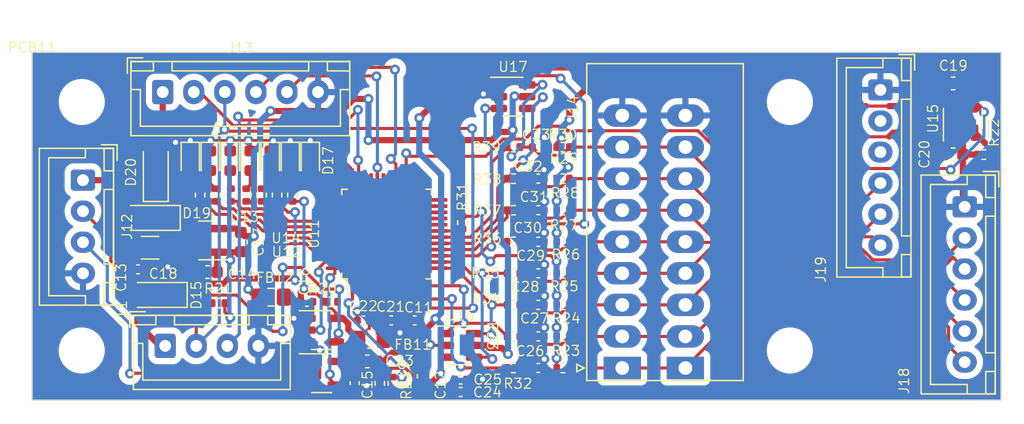
<source format=kicad_pcb>
(kicad_pcb (version 20221018) (generator pcbnew)
  (layers (0 "F.Cu" signal) (31 "B.Cu" signal) (34 "B.Paste" user) (35 "F.Paste" user) (36 "B.SilkS" user "B.Silkscreen") (37 "F.SilkS" user "F.Silkscreen") (38 "B.Mask" user) (39 "F.Mask" user) (44 "Edge.Cuts" user))
  (net 0 "")
  (net 1 "NRST")
  (net 2 "GND")
  (net 3 "VDD")
  (net 4 "+5V")
  (net 5 "+3.3VADC")
  (net 6 "VDC")
  (net 7 "+3V3")
  (net 8 "SPWR")
  (net 9 "Net-(D11-A)")
  (net 10 "Net-(D12-A)")
  (net 11 "Net-(D13-A)")
  (net 12 "Net-(J14-Pin_1)")
  (net 13 "Net-(J14-Pin_2)")
  (net 14 "Net-(J14-Pin_3)")
  (net 15 "Net-(J14-Pin_4)")
  (net 16 "Net-(D14-A)")
  (net 17 "Net-(D15-A)")
  (net 18 "Net-(D16-A)")
  (net 19 "Net-(D17-A)")
  (net 20 "Net-(D18-A)")
  (net 21 "Net-(D20-A)")
  (net 22 "Net-(J12-Pin_2)")
  (net 23 "Net-(J12-Pin_3)")
  (net 24 "Net-(J14-Pin_5)")
  (net 25 "Net-(J14-Pin_6)")
  (net 26 "Net-(J14-Pin_7)")
  (net 27 "Net-(J14-Pin_8)")
  (net 28 "SWCLK_BT0")
  (net 29 "SWDIO")
  (net 30 "U1TX")
  (net 31 "U1RX")
  (net 32 "Net-(U15-ISET)")
  (net 37 "BLUE3")
  (net 38 "BLUE2")
  (net 39 "START")
  (net 40 "U3RX")
  (net 41 "BLUE1")
  (net 42 "GREEN")
  (net 43 "RED")
  (net 44 "ANREFIN")
  (net 45 "S0")
  (net 46 "S1")
  (net 47 "S2")
  (net 48 "S3")
  (net 49 "S4")
  (net 50 "S5")
  (net 51 "S6")
  (net 52 "S7")
  (net 63 "ENSPWR")
  (net 73 "U3TX")
  (footprint "LED_SMD:LED_0603_1608Metric" (layer "F.Cu") (at 122.39 108.72 -90)
    (fp_text reference "D17")
    (fp_text value "WHITE")
  )
  (footprint "Capacitor_SMD:C_1206_3216Metric" (layer "F.Cu") (at 109.49 115.72)
    (fp_text reference "C13")
    (fp_text value "22uF")
  )
  (footprint "Capacitor_SMD:C_0402_1005Metric" (layer "F.Cu") (at 140.74 125.4)
    (fp_text reference "C26")
    (fp_text value "10nF")
  )
  (footprint "Capacitor_SMD:C_0402_1005Metric" (layer "F.Cu") (at 140.74 110.16)
    (fp_text reference "C32")
    (fp_text value "10nF")
  )
  (footprint "Package_TO_SOT_SMD:SOT-23-5" (layer "F.Cu") (at 174.91 105.3225 90)
    (fp_text reference "U15")
    (fp_text value "MT9700")
  )
  (footprint "Package_TO_SOT_SMD:SOT-23-6" (layer "F.Cu") (at 134.44 123.58)
    (fp_text reference "U16")
    (fp_text value "SRV05-4")
  )
  (footprint "TJP_FOOTPRINTS:Dyer_ADC_78x28" (layer "F.Cu") (at 99.99 99.99)
    (fp_text reference "PCB11")
    (fp_text value "~")
    (fp_rect (start 0 0) (end 78 28) (stroke (width 0.1)) (fill none) (layer "Edge.Cuts"))
  )
  (footprint "Resistor_SMD:R_0402_1005Metric" (layer "F.Cu") (at 142.73 120.32)
    (fp_text reference "R25")
    (fp_text value "2k2")
  )
  (footprint "Resistor_SMD:R_0402_1005Metric" (layer "F.Cu") (at 138.74 107.62 180)
    (fp_text reference "R39")
    (fp_text value "1k0")
  )
  (footprint "Resistor_SMD:R_0402_1005Metric" (layer "F.Cu") (at 118.47378 111.48 90)
    (fp_text reference "R16" hide)
    (fp_text value "4k7")
  )
  (footprint "Capacitor_SMD:C_0603_1608Metric" (layer "F.Cu") (at 174.14 102.4925)
    (fp_text reference "C19")
    (fp_text value "10u10V")
  )
  (footprint "Capacitor_SMD:C_0402_1005Metric" (layer "F.Cu") (at 130.79 121.57 180)
    (fp_text reference "C11")
    (fp_text value "100nF")
  )
  (footprint "Connector_JST:JST_XH_B6B-XH-A_1x06_P2.50mm_Vertical" (layer "F.Cu") (at 168.28 103.02 -90)
    (fp_text reference "J19")
    (fp_text value "B6B")
  )
  (footprint "Diode_SMD:D_SOD-123" (layer "F.Cu") (at 109.95 109.64 90)
    (fp_text reference "D20")
    (fp_text value "B5819W")
  )
  (footprint "LED_SMD:LED_0603_1608Metric" (layer "F.Cu") (at 115.95 108.72 -90)
    (fp_text reference "D13" hide)
    (fp_text value "BLUE")
  )
  (footprint "Resistor_SMD:R_0402_1005Metric" (layer "F.Cu") (at 124.07 120.07)
    (fp_text reference "R20")
    (fp_text value "4k7")
  )
  (footprint "Resistor_SMD:R_0402_1005Metric" (layer "F.Cu") (at 142.73 112.7)
    (fp_text reference "R28")
    (fp_text value "2k2")
  )
  (footprint "Package_TO_SOT_SMD:SOT-23-6" (layer "F.Cu") (at 138.71 103.56)
    (fp_text reference "U17")
    (fp_text value "SRV05-4")
  )
  (footprint "Resistor_SMD:R_0402_1005Metric" (layer "F.Cu") (at 142.73 122.86)
    (fp_text reference "R24")
    (fp_text value "2k2")
  )
  (footprint "Resistor_SMD:R_0402_1005Metric" (layer "F.Cu") (at 142.73 125.4)
    (fp_text reference "R23")
    (fp_text value "2k2")
  )
  (footprint "Capacitor_SMD:C_0402_1005Metric" (layer "F.Cu") (at 126.66 121.58 180)
    (fp_text reference "C22")
    (fp_text value "100nF")
  )
  (footprint "LED_SMD:LED_0603_1608Metric" (layer "F.Cu") (at 117.56 108.72 -90)
    (fp_text reference "D14" hide)
    (fp_text value "GREEN")
  )
  (footprint "Resistor_SMD:R_0402_1005Metric" (layer "F.Cu") (at 115 120.18)
    (fp_text reference "R21")
    (fp_text value "4k7")
  )
  (footprint "Capacitor_SMD:C_0402_1005Metric" (layer "F.Cu") (at 134.49 127.33)
    (fp_text reference "C24")
    (fp_text value "100nF")
  )
  (footprint "Package_TO_SOT_SMD:SOT-23-5" (layer "F.Cu") (at 123.3 125.82)
    (fp_text reference "U12")
    (fp_text value "74LVC1G07")
  )
  (footprint "Diode_SMD:D_SOD-123" (layer "F.Cu") (at 110.12 119.52 180)
    (fp_text reference "D15")
    (fp_text value "B5819W")
  )
  (footprint "Capacitor_SMD:C_0402_1005Metric" (layer "F.Cu") (at 108.52 117.46)
    (fp_text reference "C18")
    (fp_text value "100nF")
  )
  (footprint "Capacitor_SMD:C_0402_1005Metric" (layer "F.Cu") (at 140.74 122.86)
    (fp_text reference "C27")
    (fp_text value "10nF")
  )
  (footprint "Connector_JST:JST_XH_B6B-XH-A_1x06_P2.50mm_Vertical" (layer "F.Cu") (at 175.06 112.43 -90)
    (fp_text reference "J18")
    (fp_text value "B6B")
  )
  (footprint "Resistor_SMD:R_0402_1005Metric" (layer "F.Cu") (at 138.74 122.86 180)
    (fp_text reference "R33")
    (fp_text value "1k0")
  )
  (footprint "Capacitor_SMD:C_0603_1608Metric" (layer "F.Cu") (at 116.8 115.265 -90)
    (fp_text reference "C17")
    (fp_text value "1uF")
  )
  (footprint "Resistor_SMD:R_0402_1005Metric" (layer "F.Cu") (at 134.63 113.7 -90)
    (fp_text reference "R31")
    (fp_text value "4k7")
  )
  (footprint "Connector_JST:JST_XH_B6B-XH-A_1x06_P2.50mm_Vertical" (layer "F.Cu") (at 110.51 103.19)
    (fp_text reference "J13")
    (fp_text value "BOOTLDR")
  )
  (footprint "LED_SMD:LED_0603_1608Metric" (layer "F.Cu") (at 114.34 108.72 -90)
    (fp_text reference "D12" hide)
    (fp_text value "BLUE")
  )
  (footprint "Capacitor_SMD:C_0402_1005Metric" (layer "F.Cu") (at 140.74 107.62)
    (fp_text reference "C33")
    (fp_text value "10nF")
  )
  (footprint "Resistor_SMD:R_0402_1005Metric" (layer "F.Cu") (at 129.03 126.64 -90)
    (fp_text reference "R13")
    (fp_text value "2k2")
  )
  (footprint "Capacitor_SMD:C_0402_1005Metric" (layer "F.Cu") (at 140.74 115.24)
    (fp_text reference "C30")
    (fp_text value "10nF")
  )
  (footprint "Capacitor_SMD:C_0402_1005Metric" (layer "F.Cu") (at 125.96 126.62 -90)
    (fp_text reference "C15")
    (fp_text value "100nF")
  )
  (footprint "Resistor_SMD:R_0402_1005Metric" (layer "F.Cu") (at 113.521356 111.48 90)
    (fp_text reference "R11" hide)
    (fp_text value "4k7")
  )
  (footprint "Resistor_SMD:R_0402_1005Metric" (layer "F.Cu") (at 138.74 117.78 180)
    (fp_text reference "R35")
    (fp_text value "1k0")
  )
  (footprint "Capacitor_SMD:C_0603_1608Metric" (layer "F.Cu") (at 126.98 124.87)
    (fp_text reference "C23")
    (fp_text value "1uF")
  )
  (footprint "Resistor_SMD:R_0402_1005Metric" (layer "F.Cu") (at 114.759462 111.48 90)
    (fp_text reference "R12" hide)
    (fp_text value "4k7")
  )
  (footprint "Resistor_SMD:R_0402_1005Metric" (layer "F.Cu") (at 138.74 110.16 180)
    (fp_text reference "R38")
    (fp_text value "1k0")
  )
  (footprint "Capacitor_SMD:C_0402_1005Metric" (layer "F.Cu") (at 140.74 120.32)
    (fp_text reference "C28")
    (fp_text value "10nF")
  )
  (footprint "Capacitor_SMD:C_0402_1005Metric" (layer "F.Cu") (at 134.49 126.33)
    (fp_text reference "C25")
    (fp_text value "100nF")
  )
  (footprint "Resistor_SMD:R_0402_1005Metric" (layer "F.Cu") (at 120.949998 111.48 90)
    (fp_text reference "R17" hide)
    (fp_text value "4k7")
  )
  (footprint "Package_QFP:LQFP-48_7x7mm_P0.5mm" (layer "F.Cu") (at 128.53 114.62 90)
    (fp_text reference "U11")
    (fp_text value "STM32G070CBTx")
  )
  (footprint "LED_SMD:LED_0603_1608Metric" (layer "F.Cu") (at 119.17 108.72 -90)
    (fp_text reference "D16" hide)
    (fp_text value "RED")
  )
  (footprint "Connector_JST:JST_XH_B4B-XH-A_1x04_P2.50mm_Vertical" (layer "F.Cu") (at 104.09 110.28 -90)
    (fp_text reference "J12")
    (fp_text value "NODE")
  )
  (footprint "Resistor_SMD:R_0402_1005Metric" (layer "F.Cu") (at 176.6 108.2225 180)
    (fp_text reference "R22")
    (fp_text value "6k8")
  )
  (footprint "Capacitor_SMD:C_0603_1608Metric" (layer "F.Cu") (at 131.52 126.07 90)
    (fp_text reference "C12")
    (fp_text value "1uF")
  )
  (footprint "Capacitor_SMD:C_0402_1005Metric" (layer "F.Cu") (at 128.9 121.57)
    (fp_text reference "C21")
    (fp_text value "100nF")
  )
  (footprint "Package_TO_SOT_SMD:SOT-23-5" (layer "F.Cu") (at 123.3 122.35)
    (fp_text reference "U14")
    (fp_text value "74LVC1G07")
  )
  (footprint "Capacitor_SMD:C_0603_1608Metric" (layer "F.Cu") (at 174.13 108.2025)
    (fp_text reference "C20")
    (fp_text value "10u10V")
  )
  (footprint "Capacitor_SMD:C_0402_1005Metric" (layer "F.Cu") (at 122.11 120.07)
    (fp_text reference "C16")
    (fp_text value "100nF")
  )
  (footprint "LED_SMD:LED_0603_1608Metric" (layer "F.Cu") (at 120.78 108.72 -90)
    (fp_text reference "D18" hide)
    (fp_text value "YELLOW")
  )
  (footprint "Capacitor_SMD:C_0402_1005Metric" (layer "F.Cu") (at 140.74 117.78)
    (fp_text reference "C29")
    (fp_text value "10nF")
  )
  (footprint "Resistor_SMD:R_0402_1005Metric" (layer "F.Cu") (at 119.711886 111.48 90)
    (fp_text reference "R18" hide)
    (fp_text value "4k7")
  )
  (footprint "Resistor_SMD:R_0402_1005Metric" (layer "F.Cu") (at 138.74 125.4 180)
    (fp_text reference "R32")
    (fp_text value "1k0")
  )
  (footprint "Resistor_SMD:R_0402_1005Metric" (layer "F.Cu") (at 115.997568 111.48 90)
    (fp_text reference "R14" hide)
    (fp_text value "4k7")
  )
  (footprint "Resistor_SMD:R_0402_1005Metric" (layer "F.Cu") (at 142.73 115.24)
    (fp_text reference "R27")
    (fp_text value "2k2")
  )
  (footprint "Resistor_SMD:R_0402_1005Metric" (layer "F.Cu") (at 142.73 107.62)
    (fp_text reference "R30")
    (fp_text value "2k2")
  )
  (footprint "Resistor_SMD:R_0402_1005Metric" (layer "F.Cu") (at 142.73 117.78)
    (fp_text reference "R26")
    (fp_text value "2k2")
  )
  (footprint "Resistor_SMD:R_0402_1005Metric" (layer "F.Cu") (at 138.74 112.7 180)
    (fp_text reference "R37")
    (fp_text value "1k0")
  )
  (footprint "Capacitor_SMD:C_0603_1608Metric" (layer "F.Cu") (at 114.12 117.68)
    (fp_text reference "C14")
    (fp_text value "1uF")
  )
  (footprint "Inductor_SMD:L_0805_2012Metric_Pad1.15x1.40mm_HandSolder" (layer "F.Cu") (at 127.27 123.1 180)
    (fp_text reference "FB11")
    (fp_text value "CBM201209U601T")
  )
  (footprint "Resistor_SMD:R_0402_1005Metric" (layer "F.Cu") (at 127.98 126.64 -90)
    (fp_text reference "R19")
    (fp_text value "4k7")
  )
  (footprint "Resistor_SMD:R_0402_1005Metric" (layer "F.Cu") (at 142.73 110.16)
    (fp_text reference "R29")
    (fp_text value "2k2")
  )
  (footprint "Resistor_SMD:R_0402_1005Metric" (layer "F.Cu") (at 138.74 115.24 180)
    (fp_text reference "R36")
    (fp_text value "1k0")
  )
  (footprint "Resistor_SMD:R_0402_1005Metric" (layer "F.Cu") (at 138.74 120.32 180)
    (fp_text reference "R34")
    (fp_text value "1k0")
  )
  (footprint "Capacitor_SMD:C_0402_1005Metric" (layer "F.Cu") (at 140.74 112.7)
    (fp_text reference "C31")
    (fp_text value "10nF")
  )
  (footprint "Inductor_SMD:L_0805_2012Metric_Pad1.15x1.40mm_HandSolder" (layer "F.Cu") (at 119.24 119.7 180)
    (fp_text reference "FB12")
    (fp_text value "CBM201209U601T")
  )
  (footprint "Resistor_SMD:R_0402_1005Metric" (layer "F.Cu") (at 117.235674 111.48 90)
    (fp_text reference "R15" hide)
    (fp_text value "4k7")
  )
  (footprint "Diode_SMD:D_SOD-123" (layer "F.Cu") (at 109.5575 113.32 180)
    (fp_text reference "D19")
    (fp_text value "B5819W")
  )
  (footprint "LED_SMD:LED_0603_1608Metric" (layer "F.Cu") (at 112.73 108.72 -90)
    (fp_text reference "D11" hide)
    (fp_text value "BLUE")
  )
  (footprint "Connector_JST:JST_XH_B4B-XH-A_1x04_P2.50mm_Vertical" (layer "F.Cu") (at 110.71 123.62)
    (fp_text reference "J11")
    (fp_text value "SWD")
  )
  (footprint "tjp_footprints:DB141V-2.54-09P-C" (layer "F.Cu") (at 147.5 125.4 90)
    (fp_text reference "J14")
    (fp_text value "Clamp_Terminal_01x09")
  )
  (footprint "Package_TO_SOT_SMD:SOT-23" (layer "F.Cu") (at 114.0625 115.13 180)
    (fp_text reference "U13")
    (fp_text value "HXY6206I-3V3")
  )
  (segment (start 130.28 120.14) (end 130.28 118.7825) (width 0.25) (layer "F.Cu") (net 1))
  (segment (start 135.5005 120.58) (end 131.3 120.58) (width 0.25) (layer "F.Cu") (net 1))
  (segment (start 123.081701 106.12) (end 122.851701 105.89) (width 0.25) (layer "F.Cu") (net 1))
  (segment (start 122.851701 105.89) (end 116.187777 105.89) (width 0.25) (layer "F.Cu") (net 1))
  (segment (start 113.487777 103.19) (end 113.01 103.19) (width 0.25) (layer "F.Cu") (net 1))
  (segment (start 130.72 120.58) (end 130.28 120.14) (width 0.25) (layer "F.Cu") (net 1))
  (segment (start 116.187777 105.89) (end 113.487777 103.19) (width 0.25) (layer "F.Cu") (net 1))
  (segment (start 131.3 121.54) (end 131.27 121.57) (width 0.25) (layer "F.Cu") (net 1))
  (segment (start 131.3 120.58) (end 131.3 121.54) (width 0.25) (layer "F.Cu") (net 1))
  (segment (start 131.3 120.58) (end 130.72 120.58) (width 0.25) (layer "F.Cu") (net 1))
  (segment (start 135.4 106.12) (end 123.081701 106.12) (width 0.25) (layer "F.Cu") (net 1))
  (via (at 135.5005 120.58) (size 0.8) (drill 0.4) (layers "F.Cu" "B.Cu") (net 1))
  (via (at 135.4 106.12) (size 0.8) (drill 0.4) (layers "F.Cu" "B.Cu") (net 1))
  (segment (start 135.475 120.5545) (end 135.475 106.195) (width 0.25) (layer "B.Cu") (net 1))
  (segment (start 135.475 106.195) (end 135.4 106.12) (width 0.25) (layer "B.Cu") (net 1))
  (segment (start 135.5005 120.58) (end 135.475 120.5545) (width 0.25) (layer "B.Cu") (net 1))
  (segment (start 121.07 121.4) (end 122.1625 121.4) (width 0.25) (layer "F.Cu") (net 2))
  (segment (start 112.73 107.9325) (end 112.73 107.09) (width 0.25) (layer "F.Cu") (net 2))
  (segment (start 141.22 122.86) (end 141.22 122.15) (width 0.25) (layer "F.Cu") (net 2))
  (segment (start 174.925 108.2225) (end 174.905 108.2025) (width 0.5) (layer "F.Cu") (net 2))
  (segment (start 126.18 121.58) (end 126.18 120.87) (width 0.25) (layer "F.Cu") (net 2))
  (segment (start 122.59 120.9725) (end 122.1625 121.4) (width 0.25) (layer "F.Cu") (net 2))
  (segment (start 174.915 112.285) (end 175.06 112.43) (width 0.5) (layer "F.Cu") (net 2))
  (segment (start 123.14 123.99) (end 123.15 123.98) (width 0.25) (layer "F.Cu") (net 2))
  (segment (start 123.15 125.47) (end 123.15 126.166751) (width 0.25) (layer "F.Cu") (net 2))
  (segment (start 131.52 124.06) (end 132.04 123.54) (width 0.5) (layer "F.Cu") (net 2))
  (segment (start 122.1625 123.99) (end 123.14 123.99) (width 0.25) (layer "F.Cu") (net 2))
  (segment (start 128.999949 124.16) (end 131.42 124.16) (width 0.5) (layer "F.Cu") (net 2))
  (segment (start 174.915 102.4925) (end 174.915 112.285) (width 0.5) (layer "F.Cu") (net 2))
  (segment (start 114.34 107.9325) (end 114.34 107.09) (width 0.25) (layer "F.Cu") (net 2))
  (segment (start 137.5725 103.56) (end 136.55 103.56) (width 0.25) (layer "F.Cu") (net 2))
  (segment (start 122.1625 124.87) (end 122.55 124.87) (width 0.25) (layer "F.Cu") (net 2))
  (segment (start 122.39 107.9325) (end 122.39 107.09) (width 0.25) (layer "F.Cu") (net 2))
  (segment (start 126.18 120.87) (end 126.19 120.86) (width 0.25) (layer "F.Cu") (net 2))
  (segment (start 110.965 117.215) (end 110.92 117.26) (width 0.25) (layer "F.Cu") (net 2))
  (segment (start 119.17 107.36) (end 119.42 107.11) (width 0.25) (layer "F.Cu") (net 2))
  (segment (start 141.22 117.78) (end 141.22 117.08) (width 0.25) (layer "F.Cu") (net 2))
  (segment (start 112.73 107.09) (end 122.39 107.09) (width 0.25) (layer "F.Cu") (net 2))
  (segment (start 110.965 115.72) (end 110.965 117.215) (width 0.25) (layer "F.Cu") (net 2))
  (segment (start 176.09 108.2225) (end 174.925 108.2225) (width 0.5) (layer "F.Cu") (net 2))
  (segment (start 115.9505 116.0995) (end 115.97 116.08) (width 0.5) (layer "F.Cu") (net 2))
  (segment (start 133.3025 123.58) (end 132.08 123.58) (width 0.25) (layer "F.Cu") (net 2))
  (segment (start 128.78 118.7825) (end 128.78 120.962391) (width 0.25) (layer "F.Cu") (net 2))
  (segment (start 115.51 120.18) (end 115.51 120.8995) (width 0.25) (layer "F.Cu") (net 2))
  (segment (start 131.42 124.16) (end 132.04 123.54) (width 0.5) (layer "F.Cu") (net 2))
  (segment (start 128.289949 124.87) (end 128.999949 124.16) (width 0.5) (layer "F.Cu") (net 2))
  (segment (start 122.1625 123.99) (end 122.1625 123.3) (width 0.25) (layer "F.Cu") (net 2))
  (segment (start 129.38 121.57) (end 129.38 122.34) (width 0.25) (layer "F.Cu") (net 2))
  (segment (start 110.72 117.46) (end 110.92 117.26) (width 0.5) (layer "F.Cu") (net 2))
  (segment (start 134.97 127.33) (end 134.97 126.33) (width 0.25) (layer "F.Cu") (net 2))
  (segment (start 141.22 115.24) (end 141.22 114.53) (width 0.25) (layer "F.Cu") (net 2))
  (segment (start 122.59 120.07) (end 122.59 120.9725) (width 0.25) (layer "F.Cu") (net 2))
  (segment (start 129.38 121.562391) (end 129.38 121.57) (width 0.25) (layer "F.Cu") (net 2))
  (segment (start 119.17 107.9325) (end 119.17 107.36) (width 0.25) (layer "F.Cu") (net 2))
  (segment (start 127.755 124.87) (end 128.289949 124.87) (width 0.5) (layer "F.Cu") (net 2))
  (segment (start 122.546751 126.77) (end 122.1625 126.77) (width 0.25) (layer "F.Cu") (net 2))
  (segment (start 128.78 120.962391) (end 129.38 121.562391) (width 0.25) (layer "F.Cu") (net 2))
  (segment (start 114.895 117.68) (end 114.895 116.185) (width 0.5) (layer "F.Cu") (net 2))
  (segment (start 141.22 125.4) (end 141.22 124.69) (width 0.25) (layer "F.Cu") (net 2))
  (segment (start 115.51 120.8995) (end 115.9505 121.34) (width 0.25) (layer "F.Cu") (net 2))
  (segment (start 130.31 121.57) (end 129.38 121.57) (width 0.25) (layer "F.Cu") (net 2))
  (segment (start 117.56 107.9325) (end 117.56 107.2405) (width 0.25) (layer "F.Cu") (net 2))
  (segment (start 117.56 107.2405) (end 117.3995 107.08) (width 0.25) (layer "F.Cu") (net 2))
  (segment (start 126.93 126.81) (end 126.94 126.82) (width 0.25) (layer "F.Cu") (net 2))
  (segment (start 141.22 120.32) (end 141.22 119.6) (width 0.25) (layer "F.Cu") (net 2))
  (segment (start 111.48 107.3) (end 111.54 107.24) (width 0.25) (layer "F.Cu") (net 2))
  (segment (start 123.15 126.166751) (end 122.546751 126.77) (width 0.25) (layer "F.Cu") (net 2))
  (segment (start 129.38 122.34) (end 129.61 122.57) (width 0.25) (layer "F.Cu") (net 2))
  (segment (start 125.97 126.81) (end 126.93 126.81) (width 0.25) (layer "F.Cu") (net 2))
  (segment (start 136.55 103.56) (end 136.33 103.34) (width 0.25) (layer "F.Cu") (net 2))
  (segment (start 115.95 107.9325) (end 115.95 107.09) (width 0.25) (layer "F.Cu") (net 2))
  (segment (start 122.1625 124.87) (end 122.1625 123.99) (width 0.25) (layer "F.Cu") (net 2))
  (segment (start 115.9505 116.71) (end 115.9505 116.0995) (width 0.5) (layer "F.Cu") (net 2))
  (segment (start 114.895 116.185) (end 115 116.08) (width 0.5) (layer "F.Cu") (net 2))
  (segment (start 115.97 116.08) (end 116.76 116.08) (width 0.5) (layer "F.Cu") (net 2))
  (segment (start 141.221909 106.821196) (end 141.22 106.823105) (width 0.25) (layer "F.Cu") (net 2))
  (segment (start 115 116.08) (end 115.97 116.08) (width 0.5) (layer "F.Cu") (net 2))
  (segment (start 131.52 125.295) (end 131.52 124.06) (width 0.5) (layer "F.Cu") (net 2))
  (segment (start 141.22 106.823105) (end 141.22 107.62) (width 0.25) (layer "F.Cu") (net 2))
  (segment (start 134.97 126.33) (end 136.22 126.33) (width 0.25) (layer "F.Cu") (net 2))
  (segment (start 141.22 110.16) (end 141.22 109.46) (width 0.25) (layer "F.Cu") (net 2))
  (segment (start 122.55 124.87) (end 123.15 125.47) (width 0.25) (layer "F.Cu") (net 2))
  (segment (start 141.22 114.53) (end 141.21 114.52) (width 0.25) (layer "F.Cu") (net 2))
  (segment (start 141.22 109.46) (end 141.2 109.44) (width 0.25) (layer "F.Cu") (net 2))
  (segment (start 141.22 112.7) (end 141.22 112) (width 0.25) (layer "F.Cu") (net 2))
  (segment (start 132.08 123.58) (end 132.04 123.54) (width 0.25) (layer "F.Cu") (net 2))
  (segment (start 120.78 107.9325) (end 120.78 107.09) (width 0.25) (layer "F.Cu") (net 2))
  (segment (start 136.22 126.33) (end 136.25 126.3) (width 0.25) (layer "F.Cu") (net 2))
  (segment (start 116.76 116.08) (end 116.8 116.04) (width 0.5) (layer "F.Cu") (net 2))
  (segment (start 109 117.46) (end 110.72 117.46) (width 0.5) (layer "F.Cu") (net 2))
  (via (at 115.95 107.09) (size 0.8) (drill 0.4) (layers "F.Cu" "B.Cu") (net 2))
  (via (at 141.22 124.69) (size 0.8) (drill 0.4) (layers "F.Cu" "B.Cu") (net 2))
  (via (at 117.3995 107.08) (size 0.8) (drill 0.4) (layers "F.Cu" "B.Cu") (net 2))
  (via (at 141.2 109.44) (size 0.8) (drill 0.4) (layers "F.Cu" "B.Cu") (net 2))
  (via (at 141.22 112) (size 0.8) (drill 0.4) (layers "F.Cu" "B.Cu") (net 2))
  (via (at 126.19 120.86) (size 0.8) (drill 0.4) (layers "F.Cu" "B.Cu") (net 2))
  (via (at 141.22 117.08) (size 0.8) (drill 0.4) (layers "F.Cu" "B.Cu") (net 2))
  (via (at 110.92 117.26) (size 0.8) (drill 0.4) (layers "F.Cu" "B.Cu") (net 2))
  (via (at 141.21 114.52) (size 0.8) (drill 0.4) (layers "F.Cu" "B.Cu") (net 2))
  (via (at 136.25 126.3) (size 0.8) (drill 0.4) (layers "F.Cu" "B.Cu") (net 2))
  (via (at 126.94 126.82) (size 0.8) (drill 0.4) (layers "F.Cu" "B.Cu") (net 2))
  (via (at 114.34 107.09) (size 0.8) (drill 0.4) (layers "F.Cu" "B.Cu") (net 2))
  (via (at 141.22 119.6) (size 0.8) (drill 0.4) (layers "F.Cu" "B.Cu") (net 2))
  (via (at 123.15 123.98) (size 0.8) (drill 0.4) (layers "F.Cu" "B.Cu") (net 2))
  (via (at 141.221909 106.821196) (size 0.8) (drill 0.4) (layers "F.Cu" "B.Cu") (net 2))
  (via (at 112.73 107.09) (size 0.8) (drill 0.4) (layers "F.Cu" "B.Cu") (net 2))
  (via (at 115.9505 116.71) (size 0.8) (drill 0.4) (layers "F.Cu" "B.Cu") (net 2))
  (via (at 132.04 123.54) (size 0.8) (drill 0.4) (layers "F.Cu" "B.Cu") (net 2))
  (via (at 122.39 107.09) (size 0.8) (drill 0.4) (layers "F.Cu" "B.Cu") (net 2))
  (via (at 119.42 107.11) (size 0.8) (drill 0.4) (layers "F.Cu" "B.Cu") (net 2))
  (via (at 120.78 107.09) (size 0.8) (drill 0.4) (layers "F.Cu" "B.Cu") (net 2))
  (via (at 129.61 122.57) (size 0.8) (drill 0.4) (layers "F.Cu" "B.Cu") (net 2))
  (via (at 121.07 121.4) (size 0.8) (drill 0.4) (layers "F.Cu" "B.Cu") (net 2))
  (via (at 136.33 103.34) (size 0.8) (drill 0.4) (layers "F.Cu" "B.Cu") (net 2))
  (via (at 115.9505 121.34) (size 0.8) (drill 0.4) (layers "F.Cu" "B.Cu") (net 2))
  (via (at 141.22 122.15) (size 0.8) (drill 0.4) (layers "F.Cu" "B.Cu") (net 2))
  (via (at 111.54 107.24) (size 0.8) (drill 0.4) (layers "F.Cu" "B.Cu") (net 2))
  (segment (start 131.042183 127.62) (end 133.72 127.62) (width 0.25) (layer "F.Cu") (net 3))
  (segment (start 127.98 126.13) (end 128.685 125.425) (width 0.25) (layer "F.Cu") (net 3))
  (segment (start 130.055 125.425) (end 130.72 126.09) (width 0.25) (layer "F.Cu") (net 3))
  (segment (start 128.020685 117.72) (end 128.28 117.979315) (width 0.25) (layer "F.Cu") (net 3))
  (segment (start 121.884282 119.024019) (end 122.295263 119.435) (width 0.25) (layer "F.Cu") (net 3))
  (segment (start 125.03 121.4) (end 125.45 121.82) (width 0.5) (layer "F.Cu") (net 3))
  (segment (start 127.28 117.979315) (end 127.539314 117.72) (width 0.25) (layer "F.Cu") (net 3))
  (segment (start 126.205 124.87) (end 126.205 125.895) (width 0.5) (layer "F.Cu") (net 3))
  (segment (start 123.56 120.07) (end 124.4375 120.9475) (width 0.25) (layer "F.Cu") (net 3))
  (segment (start 128.685 125.425) (end 130.055 125.425) (width 0.25) (layer "F.Cu") (net 3))
  (segment (start 122.925 119.435) (end 123.56 120.07) (width 0.25) (layer "F.Cu") (net 3))
  (segment (start 128.28 117.979315) (end 128.28 118.7825) (width 0.25) (layer "F.Cu") (net 3))
  (segment (start 127.98 126.13) (end 127.82 125.97) (width 0.5) (layer "F.Cu") (net 3))
  (segment (start 124.4375 120.9475) (end 124.4375 121.4) (width 0.25) (layer "F.Cu") (net 3))
  (segment (start 126.245 123.1) (end 126.245 124.83) (width 0.5) (layer "F.Cu") (net 3))
  (segment (start 120.949998 111.99) (end 121.88 111.99) (width 0.25) (layer "F.Cu") (net 3))
  (segment (start 126.13 125.97) (end 125.96 126.14) (width 0.5) (layer "F.Cu") (net 3))
  (segment (start 120.615 120.05) (end 120.265 119.7) (width 0.5) (layer "F.Cu") (net 3))
  (segment (start 128.28 121.43) (end 128.42 121.57) (width 0.25) (layer "F.Cu") (net 3))
  (segment (start 124.4375 121.4) (end 125.03 121.4) (width 0.5) (layer "F.Cu") (net 3))
  (segment (start 127.28 121.44) (end 127.14 121.58) (width 0.25) (layer "F.Cu") (net 3))
  (segment (start 121.61 120.05) (end 120.615 120.05) (width 0.5) (layer "F.Cu") (net 3))
  (segment (start 134.01 127.33) (end 134.01 126.33) (width 0.25) (layer "F.Cu") (net 3))
  (segment (start 133.72 127.62) (end 134.01 127.33) (width 0.25) (layer "F.Cu") (net 3))
  (segment (start 124.4375 124.87) (end 125.51 124.87) (width 0.5) (layer "F.Cu") (net 3))
  (segment (start 121.63 119.278301) (end 121.63 120.07) (width 0.5) (layer "F.Cu") (net 3))
  (segment (start 130.72 127.297817) (end 131.042183 127.62) (width 0.25) (layer "F.Cu") (net 3))
  (segment (start 130.72 126.09) (end 130.72 127.297817) (width 0.25) (layer "F.Cu") (net 3))
  (segment (start 125.51 124.87) (end 126.205 124.87) (width 0.5) (layer "F.Cu") (net 3))
  (segment (start 125.45 121.82) (end 125.45 122.305) (width 0.5) (layer "F.Cu") (net 3))
  (segment (start 127.82 125.97) (end 126.13 125.97) (width 0.5) (layer "F.Cu") (net 3))
  (segment (start 127.28 118.7825) (end 127.28 117.979315) (width 0.25) (layer "F.Cu") (net 3))
  (segment (start 127.14 122.205) (end 126.245 123.1) (width 0.25) (layer "F.Cu") (net 3))
  (segment (start 127.539314 117.72) (end 128.020685 117.72) (width 0.25) (layer "F.Cu") (net 3))
  (segment (start 121.884282 119.024019) (end 121.63 119.278301) (width 0.5) (layer "F.Cu") (net 3))
  (segment (start 121.63 120.07) (end 121.61 120.05) (width 0.5) (layer "F.Cu") (net 3))
  (segment (start 127.28 118.7825) (end 127.28 121.44) (width 0.25) (layer "F.Cu") (net 3))
  (segment (start 122.295263 119.435) (end 122.925 119.435) (width 0.25) (layer "F.Cu") (net 3))
  (segment (start 127.14 121.58) (end 127.14 122.205) (width 0.25) (layer "F.Cu") (net 3))
  (segment (start 125.45 122.305) (end 126.245 123.1) (width 0.5) (layer "F.Cu") (net 3))
  (segment (start 128.28 118.7825) (end 128.28 121.43) (width 0.25) (layer "F.Cu") (net 3))
  (segment (start 126.205 125.895) (end 125.96 126.14) (width 0.5) (layer "F.Cu") (net 3))
  (via (at 121.88 111.99) (size 0.8) (drill 0.4) (layers "F.Cu" "B.Cu") (net 3))
  (via (at 121.884282 119.024019) (size 0.8) (drill 0.4) (layers "F.Cu" "B.Cu") (net 3))
  (segment (start 121.884282 119.024019) (end 121.88 119.019737) (width 0.25) (layer "B.Cu") (net 3))
  (segment (start 121.88 119.019737) (end 121.88 111.99) (width 0.25) (layer "B.Cu") (net 3))
  (segment (start 105.72 110.28) (end 107.9075 112.4675) (width 0.5) (layer "F.Cu") (net 4))
  (segment (start 107.9075 113.32) (end 107.9075 115.6125) (width 0.5) (layer "F.Cu") (net 4))
  (segment (start 108.04 115.745) (end 108.015 115.72) (width 0.5) (layer "F.Cu") (net 4))
  (segment (start 107.9075 115.6125) (end 108.015 115.72) (width 0.5) (layer "F.Cu") (net 4))
  (segment (start 104.09 110.28) (end 105.72 110.28) (width 0.5) (layer "F.Cu") (net 4))
  (segment (start 108.04 117.46) (end 108.04 115.745) (width 0.5) (layer "F.Cu") (net 4))
  (segment (start 107.9075 112.4675) (end 107.9075 113.32) (width 0.5) (layer "F.Cu") (net 4))
  (segment (start 135.23 101.21) (end 131.16 105.28) (width 0.5) (layer "F.Cu") (net 5))
  (segment (start 132.46 121.524386) (end 132.46 121.44) (width 0.5) (layer "F.Cu") (net 5))
  (segment (start 155.85 103.94005) (end 153.11995 101.21) (width 0.5) (layer "F.Cu") (net 5))
  (segment (start 127.78 118.7825) (end 127.78 122.585) (width 0.25) (layer "F.Cu") (net 5))
  (segment (start 157.66 108.07) (end 155.85 106.26) (width 0.5) (layer "F.Cu") (net 5))
  (segment (start 127.78 122.585) (end 128.295 123.1) (width 0.25) (layer "F.Cu") (net 5))
  (segment (start 131.184386 122.8) (end 132.46 121.524386) (width 0.5) (layer "F.Cu") (net 5))
  (segment (start 167.1 104.31) (end 163.34 108.07) (width 0.5) (layer "F.Cu") (net 5))
  (segment (start 132.89 125.84) (end 131.885 126.845) (width 0.5) (layer "F.Cu") (net 5))
  (segment (start 173.96 104.185) (end 173.96 103.0875) (width 0.5) (layer "F.Cu") (net 5))
  (segment (start 131.885 126.845) (end 131.52 126.845) (width 0.5) (layer "F.Cu") (net 5))
  (segment (start 173.96 103.0875) (end 173.365 102.4925) (width 0.5) (layer "F.Cu") (net 5))
  (segment (start 130.39 123.42) (end 131.01 122.8) (width 0.5) (layer "F.Cu") (net 5))
  (segment (start 128.295 123.1) (end 128.615 123.42) (width 0.5) (layer "F.Cu") (net 5))
  (segment (start 155.85 106.26) (end 155.85 103.94005) (width 0.5) (layer "F.Cu") (net 5))
  (segment (start 131.01 122.8) (end 131.184386 122.8) (width 0.5) (layer "F.Cu") (net 5))
  (segment (start 128.615 123.42) (end 130.39 123.42) (width 0.5) (layer "F.Cu") (net 5))
  (segment (start 168.97 104.32) (end 167.11 104.32) (width 0.25) (layer "F.Cu") (net 5))
  (segment (start 163.34 108.07) (end 157.66 108.07) (width 0.5) (layer "F.Cu") (net 5))
  (segment (start 167.11 104.32) (end 167.1 104.31) (width 0.25) (layer "F.Cu") (net 5))
  (segment (start 173.825 104.32) (end 168.97 104.32) (width 0.5) (layer "F.Cu") (net 5))
  (segment (start 153.11995 101.21) (end 135.23 101.21) (width 0.5) (layer "F.Cu") (net 5))
  (segment (start 173.96 104.185) (end 173.825 104.32) (width 0.5) (layer "F.Cu") (net 5))
  (via (at 132.46 121.44) (size 0.8) (drill 0.4) (layers "F.Cu" "B.Cu") (net 5))
  (via (at 132.89 125.84) (size 0.8) (drill 0.4) (layers "F.Cu" "B.Cu") (net 5))
  (via (at 131.16 105.28) (size 0.8) (drill 0.4) (layers "F.Cu" "B.Cu") (net 5))
  (segment (start 132.92 109.85) (end 131.16 108.09) (width 0.5) (layer "B.Cu") (net 5))
  (segment (start 132.46 121.44) (end 132.92 120.98) (width 0.5) (layer "B.Cu") (net 5))
  (segment (start 132.92 120.98) (end 132.92 109.85) (width 0.5) (layer "B.Cu") (net 5))
  (segment (start 131.16 108.09) (end 131.16 105.28) (width 0.5) (layer "B.Cu") (net 5))
  (segment (start 132.89 125.84) (end 132.89 121.87) (width 0.5) (layer "B.Cu") (net 5))
  (segment (start 132.89 121.87) (end 132.46 121.44) (width 0.5) (layer "B.Cu") (net 5))
  (segment (start 115.8255 118.1945) (end 115.41 118.61) (width 0.5) (layer "F.Cu") (net 6))
  (segment (start 111.2075 113.32) (end 112.33 113.32) (width 0.5) (layer "F.Cu") (net 6))
  (segment (start 109.95 111.29) (end 109.95 112.0625) (width 0.5) (layer "F.Cu") (net 6))
  (segment (start 121.1555 112.8605) (end 120.582386 112.8605) (width 0.25) (layer "F.Cu") (net 6))
  (segment (start 109.95 112.0625) (end 111.2075 113.32) (width 0.5) (layer "F.Cu") (net 6))
  (segment (start 113.125 114.115) (end 113.125 115.13) (width 0.5) (layer "F.Cu") (net 6))
  (segment (start 112.33 113.32) (end 113.125 114.115) (width 0.5) (layer "F.Cu") (net 6))
  (segment (start 111.77 118.27) (end 112.36 117.68) (width 0.5) (layer "F.Cu") (net 6))
  (segment (start 113.135 115.14) (end 113.125 115.13) (width 0.5) (layer "F.Cu") (net 6))
  (segment (start 111.77 119.52) (end 111.77 118.27) (width 0.5) (layer "F.Cu") (net 6))
  (segment (start 113.125 115.13) (end 113.125 117.46) (width 0.5) (layer "F.Cu") (net 6))
  (segment (start 121.01 118.1945) (end 115.8255 118.1945) (width 0.5) (layer "F.Cu") (net 6))
  (segment (start 121.1555 118.34) (end 121.1355 118.32) (width 0.25) (layer "F.Cu") (net 6))
  (segment (start 121.1555 118.34) (end 121.01 118.1945) (width 0.5) (layer "F.Cu") (net 6))
  (segment (start 115.41 118.61) (end 114.275 118.61) (width 0.5) (layer "F.Cu") (net 6))
  (segment (start 113.125 117.46) (end 113.345 117.68) (width 0.5) (layer "F.Cu") (net 6))
  (segment (start 120.582386 112.8605) (end 119.711886 111.99) (width 0.25) (layer "F.Cu") (net 6))
  (segment (start 112.36 117.68) (end 113.345 117.68) (width 0.5) (layer "F.Cu") (net 6))
  (segment (start 114.275 118.61) (end 113.345 117.68) (width 0.5) (layer "F.Cu") (net 6))
  (via (at 121.1555 118.34) (size 0.8) (drill 0.4) (layers "F.Cu" "B.Cu") (net 6))
  (via (at 121.1555 112.8605) (size 0.8) (drill 0.4) (layers "F.Cu" "B.Cu") (net 6))
  (segment (start 121.1555 118.34) (end 121.17 118.3255) (width 0.25) (layer "B.Cu") (net 6))
  (segment (start 121.17 112.875) (end 121.1555 112.8605) (width 0.25) (layer "B.Cu") (net 6))
  (segment (start 121.17 118.3255) (end 121.17 112.875) (width 0.25) (layer "B.Cu") (net 6))
  (segment (start 138.5305 106.4) (end 137.66629 106.4) (width 0.5) (layer "F.Cu") (net 7))
  (segment (start 117.85 114.78) (end 117.09 114.78) (width 0.5) (layer "F.Cu") (net 7))
  (segment (start 125.633959 104.003959) (end 125.897918 103.74) (width 0.5) (layer "F.Cu") (net 7))
  (segment (start 137.66629 106.4) (end 137.00629 107.06) (width 0.5) (layer "F.Cu") (net 7))
  (segment (start 116.49 114.18) (end 116.8 114.49) (width 0.5) (layer "F.Cu") (net 7))
  (segment (start 135.5775 123.58) (end 136.587918 123.58) (width 0.5) (layer "F.Cu") (net 7))
  (segment (start 117.09 114.78) (end 116.8 114.49) (width 0.5) (layer "F.Cu") (net 7))
  (segment (start 115 114.18) (end 116.49 114.18) (width 0.5) (layer "F.Cu") (net 7))
  (segment (start 118.055 119.7) (end 117.3995 119.0445) (width 0.5) (layer "F.Cu") (net 7))
  (segment (start 138.68 106.2505) (end 138.5305 106.4) (width 0.5) (layer "F.Cu") (net 7))
  (segment (start 136.797918 123.79) (end 137.82 123.79) (width 0.5) (layer "F.Cu") (net 7))
  (segment (start 124.922418 104.7155) (end 125.633959 104.003959) (width 0.5) (layer "F.Cu") (net 7))
  (segment (start 137.82 123.79) (end 138.3 124.27) (width 0.5) (layer "F.Cu") (net 7))
  (segment (start 125.897918 103.74) (end 127.066396 103.74) (width 0.5) (layer "F.Cu") (net 7))
  (segment (start 136.587918 123.58) (end 136.797918 123.79) (width 0.5) (layer "F.Cu") (net 7))
  (segment (start 118.215 119.7) (end 118.055 119.7) (width 0.5) (layer "F.Cu") (net 7))
  (segment (start 119.19 104.7155) (end 124.922418 104.7155) (width 0.5) (layer "F.Cu") (net 7))
  (segment (start 137.00629 107.06) (end 127.066396 107.06) (width 0.5) (layer "F.Cu") (net 7))
  (via (at 119.19 104.7155) (size 0.8) (drill 0.4) (layers "F.Cu" "B.Cu") (net 7))
  (via (at 127.066396 103.74) (size 0.8) (drill 0.4) (layers "F.Cu" "B.Cu") (net 7))
  (via (at 138.3 124.27) (size 0.8) (drill 0.4) (layers "F.Cu" "B.Cu") (net 7))
  (via (at 117.85 114.78) (size 0.8) (drill 0.4) (layers "F.Cu" "B.Cu") (net 7))
  (via (at 138.8345 103.53) (size 0.8) (drill 0.4) (layers "F.Cu" "B.Cu") (net 7))
  (via (at 117.3995 119.0445) (size 0.8) (drill 0.4) (layers "F.Cu" "B.Cu") (net 7))
  (via (at 127.066396 107.06) (size 0.8) (drill 0.4) (layers "F.Cu" "B.Cu") (net 7))
  (via (at 138.68 106.2505) (size 0.8) (drill 0.4) (layers "F.Cu" "B.Cu") (net 7))
  (segment (start 118.351041 107.501041) (end 118.351041 105.554459) (width 0.5) (layer "B.Cu") (net 7))
  (segment (start 127.07 107.056396) (end 127.066396 107.06) (width 0.5) (layer "B.Cu") (net 7))
  (segment (start 138.3 115.776857) (end 137.72 115.196857) (width 0.5) (layer "B.Cu") (net 7))
  (segment (start 138.68 106.2505) (end 138.68 106.79) (width 0.5) (layer "B.Cu") (net 7))
  (segment (start 117.85 108.002082) (end 118.351041 107.501041) (width 0.5) (layer "B.Cu") (net 7))
  (segment (start 117.3995 119.0445) (end 117.3995 115.2305) (width 0.5) (layer "B.Cu") (net 7))
  (segment (start 117.85 114.78) (end 117.85 108.002082) (width 0.5) (layer "B.Cu") (net 7))
  (segment (start 117.3995 115.2305) (end 117.85 114.78) (width 0.5) (layer "B.Cu") (net 7))
  (segment (start 118.351041 105.554459) (end 119.19 104.7155) (width 0.5) (layer "B.Cu") (net 7))
  (segment (start 127.066396 103.74) (end 127.07 103.743604) (width 0.5) (layer "B.Cu") (net 7))
  (segment (start 127.07 103.743604) (end 127.07 107.056396) (width 0.5) (layer "B.Cu") (net 7))
  (segment (start 138.8345 103.53) (end 138.68 103.6845) (width 0.5) (layer "B.Cu") (net 7))
  (segment (start 138.3 124.27) (end 138.3 115.776857) (width 0.5) (layer "B.Cu") (net 7))
  (segment (start 138.68 103.6845) (end 138.68 106.79) (width 0.5) (layer "B.Cu") (net 7))
  (segment (start 137.72 107.75) (end 138.68 106.79) (width 0.5) (layer "B.Cu") (net 7))
  (segment (start 137.72 115.196857) (end 137.72 107.75) (width 0.5) (layer "B.Cu") (net 7))
  (segment (start 165.09 108.77) (end 167.06 106.8) (width 0.5) (layer "F.Cu") (net 8))
  (segment (start 137.345 116.355) (end 141.745 116.355) (width 0.25) (layer "F.Cu") (net 8))
  (segment (start 142.60747 106.894672) (end 142.22 107.282142) (width 0.25) (layer "F.Cu") (net 8))
  (segment (start 169.303478 106.46) (end 168.991739 106.771739) (width 0.5) (layer "F.Cu") (net 8))
  (segment (start 154.03 103.11) (end 155.06 104.14) (width 0.5) (layer "F.Cu") (net 8))
  (segment (start 142.216963 124.618788) (end 142.216963 125.396963) (width 0.25) (layer "F.Cu") (net 8))
  (segment (start 173.96 107.5975) (end 173.355 108.2025) (width 0.5) (layer "F.Cu") (net 8))
  (segment (start 173.96 106.46) (end 169.303478 106.46) (width 0.5) (layer "F.Cu") (net 8))
  (segment (start 167.06 106.8) (end 167.06 106.79) (width 0.5) (layer "F.Cu") (net 8))
  (segment (start 168.973478 106.79) (end 167.06 106.79) (width 0.25) (layer "F.Cu") (net 8))
  (segment (start 143.16 109.2405) (end 143.1395 109.2405) (width 0.25) (layer "F.Cu") (net 8))
  (segment (start 135.82 113.19) (end 136.2 112.81) (width 0.25) (layer "F.Cu") (net 8))
  (segment (start 143.24 104.25) (end 144.38 103.11) (width 0.5) (layer "F.Cu") (net 8))
  (segment (start 155.06 106.63) (end 157.2 108.77) (width 0.5) (layer "F.Cu") (net 8))
  (segment (start 142.22 122.86) (end 142.22 122.130513) (width 0.25) (layer "F.Cu") (net 8))
  (segment (start 144.38 103.11) (end 154.03 103.11) (width 0.5) (layer "F.Cu") (net 8))
  (segment (start 141.745 116.355) (end 142.21 116.82) (width 0.25) (layer "F.Cu") (net 8))
  (segment (start 142.22 114.53) (end 142.22 115.24) (width 0.25) (layer "F.Cu") (net 8))
  (segment (start 157.2 108.77) (end 165.09 108.77) (width 0.5) (layer "F.Cu") (net 8))
  (segment (start 142.22 122.130513) (end 142.219299 122.129812) (width 0.25) (layer "F.Cu") (net 8))
  (segment (start 142.22 111.960961) (end 142.22 112.7) (width 0.25) (layer "F.Cu") (net 8))
  (segment (start 143.1395 109.2405) (end 142.22 110.16) (width 0.25) (layer "F.Cu") (net 8))
  (segment (start 142.22 120.32) (end 142.22 119.570682) (width 0.25) (layer "F.Cu") (net 8))
  (segment (start 173.96 106.46) (end 173.96 107.5975) (width 0.5) (layer "F.Cu") (net 8))
  (segment (start 155.06 104.14) (end 155.06 106.63) (width 0.5) (layer "F.Cu") (net 8))
  (segment (start 168.991739 106.771739) (end 168.973478 106.79) (width 0.25) (layer "F.Cu") (net 8))
  (segment (start 142.22 119.570682) (end 142.219044 119.569726) (width 0.25) (layer "F.Cu") (net 8))
  (segment (start 143.24 105.43) (end 143.24 104.25) (width 0.5) (layer "F.Cu") (net 8))
  (segment (start 142.22 116.83) (end 142.21 116.82) (width 0.25) (layer "F.Cu") (net 8))
  (segment (start 142.22 107.282142) (end 142.22 107.62) (width 0.25) (layer "F.Cu") (net 8))
  (segment (start 134.63 113.19) (end 135.82 113.19) (width 0.25) (layer "F.Cu") (net 8))
  (segment (start 142.22 117.78) (end 142.22 116.83) (width 0.25) (layer "F.Cu") (net 8))
  (segment (start 142.216963 125.396963) (end 142.22 125.4) (width 0.25) (layer "F.Cu") (net 8))
  (segment (start 136.88 116.82) (end 137.345 116.355) (width 0.25) (layer "F.Cu") (net 8))
  (via (at 136.88 116.82) (size 0.8) (drill 0.4) (layers "F.Cu" "B.Cu") (net 8))
  (via (at 142.219044 119.569726) (size 0.8) (drill 0.4) (layers "F.Cu" "B.Cu") (net 8))
  (via (at 143.24 105.43) (size 0.8) (drill 0.4) (layers "F.Cu" "B.Cu") (net 8))
  (via (at 142.22 111.960961) (size 0.8) (drill 0.4) (layers "F.Cu" "B.Cu") (net 8))
  (via (at 142.219299 122.129812) (size 0.8) (drill 0.4) (layers "F.Cu" "B.Cu") (net 8))
  (via (at 136.2 112.81) (size 0.8) (drill 0.4) (layers "F.Cu" "B.Cu") (net 8))
  (via (at 142.22 114.53) (size 0.8) (drill 0.4) (layers "F.Cu" "B.Cu") (net 8))
  (via (at 142.60747 106.894672) (size 0.8) (drill 0.4) (layers "F.Cu" "B.Cu") (net 8))
  (via (at 142.21 116.82) (size 0.8) (drill 0.4) (layers "F.Cu" "B.Cu") (net 8))
  (via (at 143.16 109.2405) (size 0.8) (drill 0.4) (layers "F.Cu" "B.Cu") (net 8))
  (via (at 142.216963 124.618788) (size 0.8) (drill 0.4) (layers "F.Cu" "B.Cu") (net 8))
  (segment (start 143.16 109.2405) (end 142.21 110.1905) (width 0.5) (layer "B.Cu") (net 8))
  (segment (start 142.21 114.54) (end 142.21 116.82) (width 0.5) (layer "B.Cu") (net 8))
  (segment (start 142.21 124.611825) (end 142.216963 124.618788) (width 0.5) (layer "B.Cu") (net 8))
  (segment (start 142.22 114.53) (end 142.21 114.54) (width 0.5) (layer "B.Cu") (net 8))
  (segment (start 136.2 116.14) (end 136.2 112.81) (width 0.25) (layer "B.Cu") (net 8))
  (segment (start 143.16 109.2405) (end 142.60747 108.68797) (width 0.5) (layer "B.Cu") (net 8))
  (segment (start 142.21 110.1905) (end 142.21 114.52) (width 0.5) (layer "B.Cu") (net 8))
  (segment (start 142.21 116.82) (end 142.21 124.611825) (width 0.5) (layer "B.Cu") (net 8))
  (segment (start 142.60747 108.68797) (end 142.60747 106.06253) (width 0.5) (layer "B.Cu") (net 8))
  (segment (start 142.21 114.52) (end 142.22 114.53) (width 0.5) (layer "B.Cu") (net 8))
  (segment (start 142.60747 106.06253) (end 143.24 105.43) (width 0.5) (layer "B.Cu") (net 8))
  (segment (start 136.88 116.82) (end 136.2 116.14) (width 0.25) (layer "B.Cu") (net 8))
  (segment (start 112.73 109.5075) (end 112.917502 109.5075) (width 0.25) (layer "F.Cu") (net 9))
  (segment (start 112.73 109.5075) (end 112.73 110.178644) (width 0.25) (layer "F.Cu") (net 9))
  (segment (start 112.73 110.178644) (end 113.521356 110.97) (width 0.25) (layer "F.Cu") (net 9))
  (segment (start 114.34 110.550538) (end 114.759462 110.97) (width 0.25) (layer "F.Cu") (net 10))
  (segment (start 114.34 109.5075) (end 114.34 110.550538) (width 0.25) (layer "F.Cu") (net 10))
  (segment (start 115.95 110.922432) (end 115.997568 110.97) (width 0.25) (layer "F.Cu") (net 11))
  (segment (start 115.95 109.5075) (end 115.95 110.922432) (width 0.25) (layer "F.Cu") (net 11))
  (segment (start 166.922715 118.495) (end 165.907715 117.48) (width 0.25) (layer "F.Cu") (net 12))
  (segment (start 154.77 123.16) (end 152.58 125.35) (width 0.25) (layer "F.Cu") (net 12))
  (segment (start 142.595 126.045) (end 143.24 125.4) (width 0.25) (layer "F.Cu") (net 12))
  (segment (start 140.26 125.407609) (end 140.897391 126.045) (width 0.25) (layer "F.Cu") (net 12))
  (segment (start 139.25 125.4) (end 140.26 125.4) (width 0.25) (layer "F.Cu") (net 12))
  (segment (start 140.26 125.4) (end 140.26 125.407609) (width 0.25) (layer "F.Cu") (net 12))
  (segment (start 140.897391 126.045) (end 142.595 126.045) (width 0.25) (layer "F.Cu") (net 12))
  (segment (start 143.24 125.4) (end 152.58 125.4) (width 0.25) (layer "F.Cu") (net 12))
  (segment (start 170.145 118.495) (end 166.922715 118.495) (width 0.25) (layer "F.Cu") (net 12))
  (segment (start 175.06 124.93) (end 173.76 123.63) (width 0.25) (layer "F.Cu") (net 12))
  (segment (start 154.77 121.926396) (end 154.77 123.16) (width 0.25) (layer "F.Cu") (net 12))
  (segment (start 165.907715 117.48) (end 159.216396 117.48) (width 0.25) (layer "F.Cu") (net 12))
  (segment (start 159.216396 117.48) (end 154.77 121.926396) (width 0.25) (layer "F.Cu") (net 12))
  (segment (start 152.58 125.35) (end 152.58 125.4) (width 0.25) (layer "F.Cu") (net 12))
  (segment (start 173.76 122.11) (end 170.145 118.495) (width 0.25) (layer "F.Cu") (net 12))
  (segment (start 173.76 123.63) (end 173.76 122.11) (width 0.25) (layer "F.Cu") (net 12))
  (segment (start 152.58 122.86) (end 153.2 122.86) (width 0.25) (layer "F.Cu") (net 13))
  (segment (start 140.26 122.867609) (end 140.897391 123.505) (width 0.25) (layer "F.Cu") (net 13))
  (segment (start 142.595 123.505) (end 143.24 122.86) (width 0.25) (layer "F.Cu") (net 13))
  (segment (start 143.24 122.86) (end 152.58 122.86) (width 0.25) (layer "F.Cu") (net 13))
  (segment (start 153.2 122.86) (end 159.16 116.9) (width 0.25) (layer "F.Cu") (net 13))
  (segment (start 167.109111 118.045) (end 170.675 118.045) (width 0.25) (layer "F.Cu") (net 13))
  (segment (start 165.964111 116.9) (end 167.109111 118.045) (width 0.25) (layer "F.Cu") (net 13))
  (segment (start 159.16 116.9) (end 165.964111 116.9) (width 0.25) (layer "F.Cu") (net 13))
  (segment (start 139.25 122.86) (end 140.26 122.86) (width 0.25) (layer "F.Cu") (net 13))
  (segment (start 140.26 122.86) (end 140.26 122.867609) (width 0.25) (layer "F.Cu") (net 13))
  (segment (start 140.897391 123.505) (end 142.595 123.505) (width 0.25) (layer "F.Cu") (net 13))
  (segment (start 170.675 118.045) (end 175.06 122.43) (width 0.25) (layer "F.Cu") (net 13))
  (segment (start 140.26 120.327609) (end 140.897391 120.965) (width 0.25) (layer "F.Cu") (net 14))
  (segment (start 152.58 120.32) (end 156.63 116.27) (width 0.25) (layer "F.Cu") (net 14))
  (segment (start 172.725 117.595) (end 175.06 119.93) (width 0.25) (layer "F.Cu") (net 14))
  (segment (start 156.63 116.27) (end 165.970507 116.27) (width 0.25) (layer "F.Cu") (net 14))
  (segment (start 167.295507 117.595) (end 172.725 117.595) (width 0.25) (layer "F.Cu") (net 14))
  (segment (start 165.970507 116.27) (end 167.295507 117.595) (width 0.25) (layer "F.Cu") (net 14))
  (segment (start 142.595 120.965) (end 143.24 120.32) (width 0.25) (layer "F.Cu") (net 14))
  (segment (start 140.26 120.32) (end 140.26 120.327609) (width 0.25) (layer "F.Cu") (net 14))
  (segment (start 140.897391 120.965) (end 142.595 120.965) (width 0.25) (layer "F.Cu") (net 14))
  (segment (start 143.24 120.32) (end 152.58 120.32) (width 0.25) (layer "F.Cu") (net 14))
  (segment (start 139.25 120.32) (end 140.26 120.32) (width 0.25) (layer "F.Cu") (net 14))
  (segment (start 174.128198 116.498198) (end 175.06 117.43) (width 0.25) (layer "F.Cu") (net 15))
  (segment (start 167.481903 117.145) (end 173.481396 117.145) (width 0.25) (layer "F.Cu") (net 15))
  (segment (start 140.26 117.787609) (end 140.897391 118.425) (width 0.25) (layer "F.Cu") (net 15))
  (segment (start 143.24 117.78) (end 152.58 117.78) (width 0.25) (layer "F.Cu") (net 15))
  (segment (start 140.897391 118.425) (end 142.595 118.425) (width 0.25) (layer "F.Cu") (net 15))
  (segment (start 142.595 118.425) (end 143.24 117.78) (width 0.25) (layer "F.Cu") (net 15))
  (segment (start 166.076903 115.74) (end 167.481903 117.145) (width 0.25) (layer "F.Cu") (net 15))
  (segment (start 173.481396 117.145) (end 174.128198 116.498198) (width 0.25) (layer "F.Cu") (net 15))
  (segment (start 139.25 117.78) (end 140.26 117.78) (width 0.25) (layer "F.Cu") (net 15))
  (segment (start 154.62 115.74) (end 166.076903 115.74) (width 0.25) (layer "F.Cu") (net 15))
  (segment (start 152.58 117.78) (end 154.62 115.74) (width 0.25) (layer "F.Cu") (net 15))
  (segment (start 140.26 117.78) (end 140.26 117.787609) (width 0.25) (layer "F.Cu") (net 15))
  (segment (start 117.810002 109.757502) (end 117.56 109.5075) (width 0.25) (layer "F.Cu") (net 16))
  (segment (start 117.56 110.645674) (end 117.235674 110.97) (width 0.25) (layer "F.Cu") (net 16))
  (segment (start 117.56 109.5075) (end 117.56 110.645674) (width 0.25) (layer "F.Cu") (net 16))
  (segment (start 110.71 123.62) (end 110.28 123.62) (width 0.5) (layer "F.Cu") (net 17))
  (segment (start 108.47 121.81) (end 108.47 119.52) (width 0.5) (layer "F.Cu") (net 17))
  (segment (start 110.28 123.62) (end 108.47 121.81) (width 0.5) (layer "F.Cu") (net 17))
  (segment (start 119.17 110.27378) (end 118.47378 110.97) (width 0.25) (layer "F.Cu") (net 18))
  (segment (start 119.17 109.5075) (end 119.17 110.27378) (width 0.25) (layer "F.Cu") (net 18))
  (segment (start 118.91 109.7675) (end 119.17 109.5075) (width 0.25) (layer "F.Cu") (net 18))
  (segment (start 120.949998 110.97) (end 120.949998 110.947502) (width 0.25) (layer "F.Cu") (net 19))
  (segment (start 120.949998 110.947502) (end 122.39 109.5075) (width 0.25) (layer "F.Cu") (net 19))
  (segment (start 119.711886 110.575614) (end 120.78 109.5075) (width 0.25) (layer "F.Cu") (net 20))
  (segment (start 119.711886 110.97) (end 119.711886 110.575614) (width 0.25) (layer "F.Cu") (net 20))
  (segment (start 110.51 107.412082) (end 109.95 107.972082) (width 0.5) (layer "F.Cu") (net 21))
  (segment (start 110.51 103.19) (end 110.51 107.412082) (width 0.5) (layer "F.Cu") (net 21))
  (segment (start 109.95 107.972082) (end 109.95 107.99) (width 0.5) (layer "F.Cu") (net 21))
  (segment (start 113.132817 119.535) (end 112.222817 120.445) (width 0.25) (layer "F.Cu") (net 22))
  (segment (start 108.422817 118.095) (end 107.655 118.095) (width 0.25) (layer "F.Cu") (net 22))
  (segment (start 106.33 116.77) (end 106.33 114.4) (width 0.25) (layer "F.Cu") (net 22))
  (segment (start 124.7145 119.07) (end 124.6945 119.05) (width 0.25) (layer "F.Cu") (net 22))
  (segment (start 106.33 114.4) (end 105.71 114.4) (width 0.25) (layer "F.Cu") (net 22))
  (segment (start 105.71 114.4) (end 104.09 112.78) (width 0.25) (layer "F.Cu") (net 22))
  (segment (start 120.17 122.45) (end 119.376827 122.45) (width 0.25) (layer "F.Cu") (net 22))
  (segment (start 107.655 118.095) (end 106.33 116.77) (width 0.25) (layer "F.Cu") (net 22))
  (segment (start 124.6945 119.05) (end 123.41174 119.05) (width 0.25) (layer "F.Cu") (net 22))
  (segment (start 121.67174 117.31) (end 120.17 117.31) (width 0.25) (layer "F.Cu") (net 22))
  (segment (start 119.376827 122.45) (end 116.461827 119.535) (width 0.25) (layer "F.Cu") (net 22))
  (segment (start 116.461827 119.535) (end 113.132817 119.535) (width 0.25) (layer "F.Cu") (net 22))
  (segment (start 123.41174 119.05) (end 121.67174 117.31) (width 0.25) (layer "F.Cu") (net 22))
  (segment (start 124.4375 122.822556) (end 124.4375 123.3) (width 0.25) (layer "F.Cu") (net 22))
  (segment (start 124.7145 119.9355) (end 124.58 120.07) (width 0.25) (layer "F.Cu") (net 22))
  (segment (start 112.222817 120.445) (end 110.772817 120.445) (width 0.25) (layer "F.Cu") (net 22))
  (segment (start 110.772817 120.445) (end 108.422817 118.095) (width 0.25) (layer "F.Cu") (net 22))
  (segment (start 124.7145 119.07) (end 124.7145 119.9355) (width 0.25) (layer "F.Cu") (net 22))
  (segment (start 124.655186 122.60487) (end 124.4375 122.822556) (width 0.25) (layer "F.Cu") (net 22))
  (via (at 120.17 122.45) (size 0.8) (drill 0.4) (layers "F.Cu" "B.Cu") (net 22))
  (via (at 124.655186 122.60487) (size 0.8) (drill 0.4) (layers "F.Cu" "B.Cu") (net 22))
  (via (at 124.7145 119.07) (size 0.8) (drill 0.4) (layers "F.Cu" "B.Cu") (net 22))
  (via (at 120.17 117.31) (size 0.8) (drill 0.4) (layers "F.Cu" "B.Cu") (net 22))
  (segment (start 124.655186 122.60487) (end 124.7145 122.545556) (width 0.25) (layer "B.Cu") (net 22))
  (segment (start 124.7145 122.545556) (end 124.7145 119.07) (width 0.25) (layer "B.Cu") (net 22))
  (segment (start 120.17 117.31) (end 120.17 122.45) (width 0.25) (layer "B.Cu") (net 22))
  (segment (start 122.1625 125.82) (end 107.91 125.82) (width 0.25) (layer "F.Cu") (net 23))
  (segment (start 107.91 125.82) (end 107.88 125.85) (width 0.25) (layer "F.Cu") (net 23))
  (via (at 107.88 125.85) (size 0.8) (drill 0.4) (layers "F.Cu" "B.Cu") (net 23))
  (segment (start 106.05 120.04) (end 106.05 117.01) (width 0.25) (layer "B.Cu") (net 23))
  (segment (start 105.82 117.01) (end 104.09 115.28) (width 0.25) (layer "B.Cu") (net 23))
  (segment (start 107.88 121.87) (end 106.05 120.04) (width 0.25) (layer "B.Cu") (net 23))
  (segment (start 106.05 117.01) (end 105.82 117.01) (width 0.25) (layer "B.Cu") (net 23))
  (segment (start 107.88 125.85) (end 107.88 121.87) (width 0.25) (layer "B.Cu") (net 23))
  (segment (start 166.263299 115.29) (end 167.668299 116.695) (width 0.25) (layer "F.Cu") (net 24))
  (segment (start 140.912391 115.9) (end 142.58 115.9) (width 0.25) (layer "F.Cu") (net 24))
  (segment (start 173.295 116.695) (end 175.06 114.93) (width 0.25) (layer "F.Cu") (net 24))
  (segment (start 152.63 115.29) (end 166.263299 115.29) (width 0.25) (layer "F.Cu") (net 24))
  (segment (start 143.24 115.24) (end 152.58 115.24) (width 0.25) (layer "F.Cu") (net 24))
  (segment (start 140.26 115.247609) (end 140.912391 115.9) (width 0.25) (layer "F.Cu") (net 24))
  (segment (start 142.58 115.9) (end 143.24 115.24) (width 0.25) (layer "F.Cu") (net 24))
  (segment (start 139.25 115.24) (end 140.26 115.24) (width 0.25) (layer "F.Cu") (net 24))
  (segment (start 152.58 115.24) (end 152.63 115.29) (width 0.25) (layer "F.Cu") (net 24))
  (segment (start 140.26 115.24) (end 140.26 115.247609) (width 0.25) (layer "F.Cu") (net 24))
  (segment (start 167.668299 116.695) (end 173.295 116.695) (width 0.25) (layer "F.Cu") (net 24))
  (segment (start 167.6 114.84) (end 168.28 115.52) (width 0.25) (layer "F.Cu") (net 25))
  (segment (start 140.26 112.7) (end 139.25 112.7) (width 0.25) (layer "F.Cu") (net 25))
  (segment (start 140.897391 113.345) (end 142.595 113.345) (width 0.25) (layer "F.Cu") (net 25))
  (segment (start 142.595 113.345) (end 143.24 112.7) (width 0.25) (layer "F.Cu") (net 25))
  (segment (start 152.58 112.7) (end 154.72 114.84) (width 0.25) (layer "F.Cu") (net 25))
  (segment (start 140.26 112.7) (end 140.26 112.707609) (width 0.25) (layer "F.Cu") (net 25))
  (segment (start 154.72 114.84) (end 167.6 114.84) (width 0.25) (layer "F.Cu") (net 25))
  (segment (start 143.24 112.7) (end 152.58 112.7) (width 0.25) (layer "F.Cu") (net 25))
  (segment (start 140.26 112.707609) (end 140.897391 113.345) (width 0.25) (layer "F.Cu") (net 25))
  (segment (start 152.58 110.16) (end 156.74 114.32) (width 0.25) (layer "F.Cu") (net 26))
  (segment (start 156.74 114.32) (end 166.98 114.32) (width 0.25) (layer "F.Cu") (net 26))
  (segment (start 139.25 110.16) (end 140.26 110.16) (width 0.25) (layer "F.Cu") (net 26))
  (segment (start 166.98 114.32) (end 168.28 113.02) (width 0.25) (layer "F.Cu") (net 26))
  (segment (start 143.24 110.16) (end 152.58 110.16) (width 0.25) (layer "F.Cu") (net 26))
  (segment (start 142.595 110.805) (end 143.24 110.16) (width 0.25) (layer "F.Cu") (net 26))
  (segment (start 140.26 110.167609) (end 140.897391 110.805) (width 0.25) (layer "F.Cu") (net 26))
  (segment (start 140.897391 110.805) (end 142.595 110.805) (width 0.25) (layer "F.Cu") (net 26))
  (segment (start 140.26 110.16) (end 140.26 110.167609) (width 0.25) (layer "F.Cu") (net 26))
  (segment (start 158.83 113.87) (end 164.93 113.87) (width 0.25) (layer "F.Cu") (net 27))
  (segment (start 140.26 107.62) (end 139.25 107.62) (width 0.25) (layer "F.Cu") (net 27))
  (segment (start 152.58 107.62) (end 158.83 113.87) (width 0.25) (layer "F.Cu") (net 27))
  (segment (start 140.26 107.627609) (end 140.897391 108.265) (width 0.25) (layer "F.Cu") (net 27))
  (segment (start 140.897391 108.265) (end 142.595 108.265) (width 0.25) (layer "F.Cu") (net 27))
  (segment (start 140.26 107.62) (end 140.26 107.627609) (width 0.25) (layer "F.Cu") (net 27))
  (segment (start 164.93 113.87) (end 168.28 110.52) (width 0.25) (layer "F.Cu") (net 27))
  (segment (start 143.24 107.62) (end 152.58 107.62) (width 0.25) (layer "F.Cu") (net 27))
  (segment (start 142.595 108.265) (end 143.24 107.62) (width 0.25) (layer "F.Cu") (net 27))
  (segment (start 113.21 121.46) (end 113.21 123.62) (width 0.25) (layer "F.Cu") (net 28))
  (segment (start 125.78 109.454695) (end 122.665305 106.34) (width 0.25) (layer "F.Cu") (net 28))
  (segment (start 115.612472 106.34) (end 115.480241 106.207769) (width 0.25) (layer "F.Cu") (net 28))
  (segment (start 122.665305 106.34) (end 115.612472 106.34) (width 0.25) (layer "F.Cu") (net 28))
  (segment (start 114.49 120.18) (end 113.21 121.46) (width 0.25) (layer "F.Cu") (net 28))
  (segment (start 125.78 110.4575) (end 125.78 109.454695) (width 0.25) (layer "F.Cu") (net 28))
  (via (at 115.480241 106.207769) (size 0.8) (drill 0.4) (layers "F.Cu" "B.Cu") (net 28))
  (segment (start 115.065 121.765) (end 113.21 123.62) (width 0.25) (layer "B.Cu") (net 28))
  (segment (start 115.065 106.62301) (end 115.065 121.765) (width 0.25) (layer "B.Cu") (net 28))
  (segment (start 115.480241 106.207769) (end 115.51 106.17801) (width 0.25) (layer "B.Cu") (net 28))
  (segment (start 115.51 106.17801) (end 115.51 103.19) (width 0.25) (layer "B.Cu") (net 28))
  (segment (start 115.480241 106.207769) (end 115.065 106.62301) (width 0.25) (layer "B.Cu") (net 28))
  (segment (start 126.28 108.72) (end 126.28 110.4575) (width 0.25) (layer "F.Cu") (net 29))
  (segment (start 116.576188 105.1655) (end 116.850688 105.44) (width 0.25) (layer "F.Cu") (net 29))
  (segment (start 116.850688 105.44) (end 125.4 105.44) (width 0.25) (layer "F.Cu") (net 29))
  (segment (start 125.4 105.44) (end 126.22 104.62) (width 0.25) (layer "F.Cu") (net 29))
  (segment (start 126.24 108.68) (end 126.28 108.72) (width 0.25) (layer "F.Cu") (net 29))
  (via (at 116.576188 105.1655) (size 0.8) (drill 0.4) (layers "F.Cu" "B.Cu") (net 29))
  (via (at 126.22 104.62) (size 0.8) (drill 0.4) (layers "F.Cu" "B.Cu") (net 29))
  (via (at 126.24 108.68) (size 0.8) (drill 0.4) (layers "F.Cu" "B.Cu") (net 29))
  (segment (start 126.22 108.66) (end 126.24 108.68) (width 0.25) (layer "B.Cu") (net 29))
  (segment (start 116.576188 105.1655) (end 116.675 105.264312) (width 0.25) (layer "B.Cu") (net 29))
  (segment (start 126.22 104.62) (end 126.22 108.66) (width 0.25) (layer "B.Cu") (net 29))
  (segment (start 116.675 105.264312) (end 116.675 122.655) (width 0.25) (layer "B.Cu") (net 29))
  (segment (start 116.675 122.655) (end 115.71 123.62) (width 0.25) (layer "B.Cu") (net 29))
  (segment (start 129.2 101.38) (end 129.025 101.205) (width 0.25) (layer "F.Cu") (net 30))
  (segment (start 129.28 108.98) (end 129.28 110.4575) (width 0.25) (layer "F.Cu") (net 30))
  (segment (start 119.995 101.205) (end 118.01 103.19) (width 0.25) (layer "F.Cu") (net 30))
  (segment (start 128.87 108.57) (end 129.28 108.98) (width 0.25) (layer "F.Cu") (net 30))
  (segment (start 129.025 101.205) (end 119.995 101.205) (width 0.25) (layer "F.Cu") (net 30))
  (via (at 129.2 101.38) (size 0.8) (drill 0.4) (layers "F.Cu" "B.Cu") (net 30))
  (via (at 128.87 108.57) (size 0.8) (drill 0.4) (layers "F.Cu" "B.Cu") (net 30))
  (segment (start 129.25 108.19) (end 129.25 101.43) (width 0.25) (layer "B.Cu") (net 30))
  (segment (start 129.25 101.43) (end 129.2 101.38) (width 0.25) (layer "B.Cu") (net 30))
  (segment (start 128.87 108.57) (end 129.25 108.19) (width 0.25) (layer "B.Cu") (net 30))
  (segment (start 127.67 101.89) (end 121.81 101.89) (width 0.25) (layer "F.Cu") (net 31))
  (segment (start 127.78 109.273477) (end 127.790896 109.262581) (width 0.25) (layer "F.Cu") (net 31))
  (segment (start 127.71 101.93) (end 127.67 101.89) (width 0.25) (layer "F.Cu") (net 31))
  (segment (start 127.78 110.4575) (end 127.78 109.273477) (width 0.25) (layer "F.Cu") (net 31))
  (segment (start 121.81 101.89) (end 120.51 103.19) (width 0.25) (layer "F.Cu") (net 31))
  (via (at 127.790896 109.262581) (size 0.8) (drill 0.4) (layers "F.Cu" "B.Cu") (net 31))
  (via (at 127.71 101.93) (size 0.8) (drill 0.4) (layers "F.Cu" "B.Cu") (net 31))
  (segment (start 127.790896 102.010896) (end 127.71 101.93) (width 0.25) (layer "B.Cu") (net 31))
  (segment (start 127.790896 109.262581) (end 127.790896 102.010896) (width 0.25) (layer "B.Cu") (net 31))
  (segment (start 177.11 107.71) (end 175.86 106.46) (width 0.5) (layer "F.Cu") (net 32))
  (segment (start 177.11 108.2225) (end 177.11 107.71) (width 0.5) (layer "F.Cu") (net 32))
  (segment (start 118.859416 114.385) (end 119.859416 115.385) (width 0.25) (layer "F.Cu") (net 37))
  (segment (start 117.089054 113.485) (end 117.539054 113.935) (width 0.25) (layer "F.Cu") (net 37))
  (segment (start 117.539054 113.935) (end 118.140764 113.935) (width 0.25) (layer "F.Cu") (net 37))
  (segment (start 118.140764 113.935) (end 118.590764 114.385) (width 0.25) (layer "F.Cu") (net 37))
  (segment (start 119.859416 115.385) (end 122.033731 115.385) (width 0.25) (layer "F.Cu") (net 37))
  (segment (start 118.590764 114.385) (end 118.859416 114.385) (width 0.25) (layer "F.Cu") (net 37))
  (segment (start 116.487344 113.485) (end 117.089054 113.485) (width 0.25) (layer "F.Cu") (net 37))
  (segment (start 113.521356 111.99) (end 113.788924 111.99) (width 0.25) (layer "F.Cu") (net 37))
  (segment (start 116.037344 113.035) (end 116.487344 113.485) (width 0.25) (layer "F.Cu") (net 37))
  (segment (start 114.833924 113.035) (end 116.037344 113.035) (width 0.25) (layer "F.Cu") (net 37))
  (segment (start 122.033731 115.385) (end 123.018731 116.37) (width 0.25) (layer "F.Cu") (net 37))
  (segment (start 123.018731 116.37) (end 124.3675 116.37) (width 0.25) (layer "F.Cu") (net 37))
  (segment (start 113.788924 111.99) (end 114.833924 113.035) (width 0.25) (layer "F.Cu") (net 37))
  (segment (start 116.67374 113.035) (end 117.27545 113.035) (width 0.25) (layer "F.Cu") (net 38))
  (segment (start 118.32716 113.485) (end 118.77716 113.935) (width 0.25) (layer "F.Cu") (net 38))
  (segment (start 118.77716 113.935) (end 119.045812 113.935) (width 0.25) (layer "F.Cu") (net 38))
  (segment (start 117.27545 113.035) (end 117.72545 113.485) (width 0.25) (layer "F.Cu") (net 38))
  (segment (start 115.354462 112.585) (end 116.22374 112.585) (width 0.25) (layer "F.Cu") (net 38))
  (segment (start 119.045812 113.935) (end 120.045812 114.935) (width 0.25) (layer "F.Cu") (net 38))
  (segment (start 117.72545 113.485) (end 118.32716 113.485) (width 0.25) (layer "F.Cu") (net 38))
  (segment (start 122.220127 114.935) (end 123.155127 115.87) (width 0.25) (layer "F.Cu") (net 38))
  (segment (start 114.759462 111.99) (end 115.354462 112.585) (width 0.25) (layer "F.Cu") (net 38))
  (segment (start 120.045812 114.935) (end 122.220127 114.935) (width 0.25) (layer "F.Cu") (net 38))
  (segment (start 123.155127 115.87) (end 124.3675 115.87) (width 0.25) (layer "F.Cu") (net 38))
  (segment (start 116.22374 112.585) (end 116.67374 113.035) (width 0.25) (layer "F.Cu") (net 38))
  (segment (start 129.73 126.13) (end 129.03 126.13) (width 0.25) (layer "F.Cu") (net 39))
  (segment (start 125.78 118.7825) (end 125.78 119.857067) (width 0.25) (layer "F.Cu") (net 39))
  (segment (start 125.78 119.857067) (end 125.463349 120.173718) (width 0.25) (layer "F.Cu") (net 39))
  (segment (start 129.75 126.15) (end 129.73 126.13) (width 0.25) (layer "F.Cu") (net 39))
  (via (at 129.75 126.15) (size 0.8) (drill 0.4) (layers "F.Cu" "B.Cu") (net 39))
  (via (at 125.463349 120.173718) (size 0.8) (drill 0.4) (layers "F.Cu" "B.Cu") (net 39))
  (segment (start 129.75 125.445305) (end 125.463349 121.158654) (width 0.25) (layer "B.Cu") (net 39))
  (segment (start 125.463349 121.158654) (end 125.463349 120.173718) (width 0.25) (layer "B.Cu") (net 39))
  (segment (start 129.75 126.15) (end 129.75 125.445305) (width 0.25) (layer "B.Cu") (net 39))
  (segment (start 124.3675 117.7725) (end 123.99 118.15) (width 0.25) (layer "F.Cu") (net 40))
  (segment (start 123.96 125.91) (end 123.96 126.2925) (width 0.25) (layer "F.Cu") (net 40))
  (segment (start 124.4375 126.77) (end 124.485614 126.77) (width 0.25) (layer "F.Cu") (net 40))
  (segment (start 127.425 127.705) (end 127.98 127.15) (width 0.25) (layer "F.Cu") (net 40))
  (segment (start 124.485614 126.77) (end 125.420614 127.705) (width 0.25) (layer "F.Cu") (net 40))
  (segment (start 123.96 126.2925) (end 124.4375 126.77) (width 0.25) (layer "F.Cu") (net 40))
  (segment (start 124.3675 117.37) (end 124.3675 117.7725) (width 0.25) (layer "F.Cu") (net 40))
  (segment (start 129.03 127.15) (end 127.98 127.15) (width 0.25) (layer "F.Cu") (net 40))
  (segment (start 125.420614 127.705) (end 127.425 127.705) (width 0.25) (layer "F.Cu") (net 40))
  (via (at 123.96 125.91) (size 0.8) (drill 0.4) (layers "F.Cu" "B.Cu") (net 40))
  (via (at 123.99 118.15) (size 0.8) (drill 0.4) (layers "F.Cu" "B.Cu") (net 40))
  (segment (start 123.89 121.609983) (end 123.9905 121.710483) (width 0.25) (layer "B.Cu") (net 40))
  (segment (start 123.99 118.15) (end 123.89 118.25) (width 0.25) (layer "B.Cu") (net 40))
  (segment (start 123.930186 123.059814) (end 123.625305 123.364695) (width 0.25) (layer "B.Cu") (net 40))
  (segment (start 123.9905 122.244251) (end 123.930186 122.304565) (width 0.25) (layer "B.Cu") (net 40))
  (segment (start 123.96 123.69939) (end 123.96 125.91) (width 0.25) (layer "B.Cu") (net 40))
  (segment (start 123.89 118.25) (end 123.89 121.609983) (width 0.25) (layer "B.Cu") (net 40))
  (segment (start 123.625305 123.364695) (end 123.96 123.69939) (width 0.25) (layer "B.Cu") (net 40))
  (segment (start 123.930186 122.304565) (end 123.930186 123.059814) (width 0.25) (layer "B.Cu") (net 40))
  (segment (start 123.9905 121.710483) (end 123.9905 122.244251) (width 0.25) (layer "B.Cu") (net 40))
  (segment (start 116.590674 111.99) (end 116.590674 112.315538) (width 0.25) (layer "F.Cu") (net 41))
  (segment (start 117.911846 113.035) (end 118.513556 113.035) (width 0.25) (layer "F.Cu") (net 41))
  (segment (start 123.291523 115.37) (end 124.3675 115.37) (width 0.25) (layer "F.Cu") (net 41))
  (segment (start 118.513556 113.035) (end 118.963556 113.485) (width 0.25) (layer "F.Cu") (net 41))
  (segment (start 116.860136 112.585) (end 117.461846 112.585) (width 0.25) (layer "F.Cu") (net 41))
  (segment (start 117.461846 112.585) (end 117.911846 113.035) (width 0.25) (layer "F.Cu") (net 41))
  (segment (start 118.963556 113.485) (end 119.232208 113.485) (width 0.25) (layer "F.Cu") (net 41))
  (segment (start 122.406523 114.485) (end 123.291523 115.37) (width 0.25) (layer "F.Cu") (net 41))
  (segment (start 119.232208 113.485) (end 120.232208 114.485) (width 0.25) (layer "F.Cu") (net 41))
  (segment (start 120.232208 114.485) (end 122.406523 114.485) (width 0.25) (layer "F.Cu") (net 41))
  (segment (start 115.997568 111.99) (end 116.590674 111.99) (width 0.25) (layer "F.Cu") (net 41))
  (segment (start 116.590674 112.315538) (end 116.860136 112.585) (width 0.25) (layer "F.Cu") (net 41))
  (segment (start 117.235674 111.99) (end 117.503242 111.99) (width 0.25) (layer "F.Cu") (net 42))
  (segment (start 119.418604 113.035) (end 120.418604 114.035) (width 0.25) (layer "F.Cu") (net 42))
  (segment (start 122.592919 114.035) (end 123.427919 114.87) (width 0.25) (layer "F.Cu") (net 42))
  (segment (start 117.503242 111.99) (end 118.098242 112.585) (width 0.25) (layer "F.Cu") (net 42))
  (segment (start 119.149952 113.035) (end 119.418604 113.035) (width 0.25) (layer "F.Cu") (net 42))
  (segment (start 118.098242 112.585) (end 118.699952 112.585) (width 0.25) (layer "F.Cu") (net 42))
  (segment (start 123.427919 114.87) (end 124.3675 114.87) (width 0.25) (layer "F.Cu") (net 42))
  (segment (start 120.418604 114.035) (end 122.592919 114.035) (width 0.25) (layer "F.Cu") (net 42))
  (segment (start 118.699952 112.585) (end 119.149952 113.035) (width 0.25) (layer "F.Cu") (net 42))
  (segment (start 120.605 113.585) (end 119.605 112.585) (width 0.25) (layer "F.Cu") (net 43))
  (segment (start 119.01 111.99) (end 118.47378 111.99) (width 0.25) (layer "F.Cu") (net 43))
  (segment (start 124.3675 114.37) (end 123.564315 114.37) (width 0.25) (layer "F.Cu") (net 43))
  (segment (start 119.066886 112.315538) (end 119.066886 112.046886) (width 0.25) (layer "F.Cu") (net 43))
  (segment (start 119.605 112.585) (end 119.336348 112.585) (width 0.25) (layer "F.Cu") (net 43))
  (segment (start 119.066886 112.046886) (end 119.01 111.99) (width 0.25) (layer "F.Cu") (net 43))
  (segment (start 119.336348 112.585) (end 119.066886 112.315538) (width 0.25) (layer "F.Cu") (net 43))
  (segment (start 122.779315 113.585) (end 120.605 113.585) (width 0.25) (layer "F.Cu") (net 43))
  (segment (start 123.564315 114.37) (end 122.779315 113.585) (width 0.25) (layer "F.Cu") (net 43))
  (segment (start 132.6925 114.37) (end 134.47 114.37) (width 0.25) (layer "F.Cu") (net 44))
  (segment (start 134.47 114.37) (end 134.63 114.21) (width 0.25) (layer "F.Cu") (net 44))
  (segment (start 130.78 118.7825) (end 130.78 119.585685) (width 0.25) (layer "F.Cu") (net 45))
  (segment (start 131.039315 119.845) (end 133.785 119.845) (width 0.25) (layer "F.Cu") (net 45))
  (segment (start 133.3025 124.53) (end 133.76 124.53) (width 0.25) (layer "F.Cu") (net 45))
  (segment (start 130.78 119.585685) (end 131.039315 119.845) (width 0.25) (layer "F.Cu") (net 45))
  (segment (start 134.63 125.4) (end 138.23 125.4) (width 0.25) (layer "F.Cu") (net 45))
  (segment (start 133.76 124.53) (end 134.63 125.4) (width 0.25) (layer "F.Cu") (net 45))
  (segment (start 133.785 119.845) (end 133.79 119.84) (width 0.25) (layer "F.Cu") (net 45))
  (via (at 133.79 119.84) (size 0.8) (drill 0.4) (layers "F.Cu" "B.Cu") (net 45))
  (via (at 134.51 125.28) (size 0.8) (drill 0.4) (layers "F.Cu" "B.Cu") (net 45))
  (segment (start 134.51 125.28) (end 133.79 124.56) (width 0.25) (layer "B.Cu") (net 45))
  (segment (start 133.79 124.56) (end 133.79 119.84) (width 0.25) (layer "B.Cu") (net 45))
  (segment (start 134.131988 121.800512) (end 133.3025 122.63) (width 0.25) (layer "F.Cu") (net 46))
  (segment (start 134.748696 121.800512) (end 137.170512 121.800512) (width 0.25) (layer "F.Cu") (net 46))
  (segment (start 134.447902 118.7825) (end 134.747701 119.082299) (width 0.25) (layer "F.Cu") (net 46))
  (segment (start 137.170512 121.800512) (end 138.23 122.86) (width 0.25) (layer "F.Cu") (net 46))
  (segment (start 134.748696 121.800512) (end 134.131988 121.800512) (width 0.25) (layer "F.Cu") (net 46))
  (segment (start 131.28 118.7825) (end 134.447902 118.7825) (width 0.25) (layer "F.Cu") (net 46))
  (via (at 134.747701 119.082299) (size 0.8) (drill 0.4) (layers "F.Cu" "B.Cu") (net 46))
  (via (at 134.748696 121.800512) (size 0.8) (drill 0.4) (layers "F.Cu" "B.Cu") (net 46))
  (segment (start 134.747701 119.082299) (end 134.747701 121.799517) (width 0.25) (layer "B.Cu") (net 46))
  (segment (start 134.747701 121.799517) (end 134.748696 121.800512) (width 0.25) (layer "B.Cu") (net 46))
  (segment (start 135.5775 122.63) (end 136.84 122.63) (width 0.25) (layer "F.Cu") (net 47))
  (segment (start 136.84 122.63) (end 136.95 122.74) (width 0.25) (layer "F.Cu") (net 47))
  (segment (start 134.06 117.37) (end 137.01 120.32) (width 0.25) (layer "F.Cu") (net 47))
  (segment (start 137.01 120.32) (end 138.23 120.32) (width 0.25) (layer "F.Cu") (net 47))
  (segment (start 132.6925 117.37) (end 134.06 117.37) (width 0.25) (layer "F.Cu") (net 47))
  (via (at 136.95 122.74) (size 0.8) (drill 0.4) (layers "F.Cu" "B.Cu") (net 47))
  (via (at 137.01 120.32) (size 0.8) (drill 0.4) (layers "F.Cu" "B.Cu") (net 47))
  (segment (start 136.95 120.38) (end 137.01 120.32) (width 0.25) (layer "B.Cu") (net 47))
  (segment (start 136.95 122.74) (end 136.95 120.38) (width 0.25) (layer "B.Cu") (net 47))
  (segment (start 134.38 116.87) (end 135.29 117.78) (width 0.25) (layer "F.Cu") (net 48))
  (segment (start 132.6925 116.87) (end 134.38 116.87) (width 0.25) (layer "F.Cu") (net 48))
  (segment (start 136.22 117.78) (end 138.23 117.78) (width 0.25) (layer "F.Cu") (net 48))
  (segment (start 136.8945 124.53) (end 137.04 124.6755) (width 0.25) (layer "F.Cu") (net 48))
  (segment (start 135.5775 124.53) (end 136.8945 124.53) (width 0.25) (layer "F.Cu") (net 48))
  (segment (start 135.29 117.78) (end 136.22 117.78) (width 0.25) (layer "F.Cu") (net 48))
  (via (at 137.04 124.6755) (size 0.8) (drill 0.4) (layers "F.Cu" "B.Cu") (net 48))
  (via (at 136.22 117.78) (size 0.8) (drill 0.4) (layers "F.Cu" "B.Cu") (net 48))
  (segment (start 136.225 117.785) (end 136.22 117.78) (width 0.25) (layer "B.Cu") (net 48))
  (segment (start 136.225 123.8605) (end 136.225 117.785) (width 0.25) (layer "B.Cu") (net 48))
  (segment (start 137.04 124.6755) (end 136.225 123.8605) (width 0.25) (layer "B.Cu") (net 48))
  (segment (start 137.5725 104.51) (end 136.48 104.51) (width 0.25) (layer "F.Cu") (net 49))
  (segment (start 132.6925 116.37) (end 135.9 116.37) (width 0.25) (layer "F.Cu") (net 49))
  (segment (start 135.9 116.37) (end 137.03 115.24) (width 0.25) (layer "F.Cu") (net 49))
  (segment (start 137.03 115.24) (end 138.23 115.24) (width 0.25) (layer "F.Cu") (net 49))
  (segment (start 136.951561 115.318439) (end 136.951561 115.6305) (width 0.25) (layer "F.Cu") (net 49))
  (segment (start 137.03 115.24) (end 136.951561 115.318439) (width 0.25) (layer "F.Cu") (net 49))
  (segment (start 136.48 104.51) (end 136.47 104.52) (width 0.25) (layer "F.Cu") (net 49))
  (via (at 136.47 104.52) (size 0.8) (drill 0.4) (layers "F.Cu" "B.Cu") (net 49))
  (via (at 136.951561 115.6305) (size 0.8) (drill 0.4) (layers "F.Cu" "B.Cu") (net 49))
  (segment (start 136.47 107.155305) (end 136.951561 107.636866) (width 0.25) (layer "B.Cu") (net 49))
  (segment (start 136.47 104.52) (end 136.47 107.155305) (width 0.25) (layer "B.Cu") (net 49))
  (segment (start 136.951561 107.636866) (end 136.951561 115.6305) (width 0.25) (layer "B.Cu") (net 49))
  (segment (start 138.23 113.27) (end 138.23 112.7) (width 0.25) (layer "F.Cu") (net 50))
  (segment (start 139.325 113.795) (end 144.425 113.795) (width 0.25) (layer "F.Cu") (net 50))
  (segment (start 137.5725 102.61) (end 138.3075 101.875) (width 0.25) (layer "F.Cu") (net 50))
  (segment (start 138.3075 101.875) (end 142.315 101.875) (width 0.25) (layer "F.Cu") (net 50))
  (segment (start 132.6925 115.87) (end 135.63 115.87) (width 0.25) (layer "F.Cu") (net 50))
  (segment (start 135.63 115.87) (end 138.23 113.27) (width 0.25) (layer "F.Cu") (net 50))
  (segment (start 138.23 112.7) (end 139.325 113.795) (width 0.25) (layer "F.Cu") (net 50))
  (segment (start 142.315 101.875) (end 142.54 102.1) (width 0.25) (layer "F.Cu") (net 50))
  (segment (start 144.425 113.795) (end 144.44 113.81) (width 0.25) (layer "F.Cu") (net 50))
  (via (at 142.54 102.1) (size 0.8) (drill 0.4) (layers "F.Cu" "B.Cu") (net 50))
  (via (at 144.44 113.81) (size 0.8) (drill 0.4) (layers "F.Cu" "B.Cu") (net 50))
  (segment (start 144.44 113.81) (end 144.44 104) (width 0.25) (layer "B.Cu") (net 50))
  (segment (start 144.44 104) (end 142.54 102.1) (width 0.25) (layer "B.Cu") (net 50))
  (segment (start 140.231751 104.51) (end 139.8475 104.51) (width 0.25) (layer "F.Cu") (net 51))
  (segment (start 132.6925 115.37) (end 135.493604 115.37) (width 0.25) (layer "F.Cu") (net 51))
  (segment (start 140.835 103.906751) (end 140.231751 104.51) (width 0.25) (layer "F.Cu") (net 51))
  (segment (start 135.493604 115.37) (end 137.476802 113.386802) (width 0.25) (layer "F.Cu") (net 51))
  (segment (start 137.476802 113.386802) (end 137.476802 110.913198) (width 0.25) (layer "F.Cu") (net 51))
  (segment (start 138.875 109.323876) (end 138.875 109.515) (width 0.25) (layer "F.Cu") (net 51))
  (segment (start 137.476802 110.913198) (end 138.23 110.16) (width 0.25) (layer "F.Cu") (net 51))
  (segment (start 141.109552 103.599065) (end 140.835 103.873617) (width 0.25) (layer "F.Cu") (net 51))
  (segment (start 139.520118 108.678758) (end 138.875 109.323876) (width 0.25) (layer "F.Cu") (net 51))
  (segment (start 138.875 109.515) (end 138.23 110.16) (width 0.25) (layer "F.Cu") (net 51))
  (segment (start 140.835 103.873617) (end 140.835 103.906751) (width 0.25) (layer "F.Cu") (net 51))
  (via (at 139.520118 108.678758) (size 0.8) (drill 0.4) (layers "F.Cu" "B.Cu") (net 51))
  (via (at 141.109552 103.599065) (size 0.8) (drill 0.4) (layers "F.Cu" "B.Cu") (net 51))
  (segment (start 140.280779 104.427838) (end 141.109552 103.599065) (width 0.25) (layer "B.Cu") (net 51))
  (segment (start 139.520118 108.678758) (end 140.280779 107.918097) (width 0.25) (layer "B.Cu") (net 51))
  (segment (start 140.280779 107.918097) (end 140.280779 104.427838) (width 0.25) (layer "B.Cu") (net 51))
  (segment (start 137 113.14) (end 137 108.85) (width 0.25) (layer "F.Cu") (net 52))
  (segment (start 138.5695 108.37) (end 138.5695 107.9595) (width 0.25) (layer "F.Cu") (net 52))
  (segment (start 138.5695 107.9595) (end 138.23 107.62) (width 0.25) (layer "F.Cu") (net 52))
  (segment (start 137 108.85) (end 138.23 107.62) (width 0.25) (layer "F.Cu") (net 52))
  (segment (start 132.6925 114.87) (end 135.27 114.87) (width 0.25) (layer "F.Cu") (net 52))
  (segment (start 141.08 102.6) (end 139.8575 102.6) (width 0.25) (layer "F.Cu") (net 52))
  (segment (start 139.8575 102.6) (end 139.8475 102.61) (width 0.25) (layer "F.Cu") (net 52))
  (segment (start 135.27 114.87) (end 137 113.14) (width 0.25) (layer "F.Cu") (net 52))
  (via (at 138.5695 108.37) (size 0.8) (drill 0.4) (layers "F.Cu" "B.Cu") (net 52))
  (via (at 141.08 102.6) (size 0.8) (drill 0.4) (layers "F.Cu" "B.Cu") (net 52))
  (segment (start 139.5595 104.1205) (end 141.08 102.6) (width 0.25) (layer "B.Cu") (net 52))
  (segment (start 138.5695 108.37) (end 139.5595 107.38) (width 0.25) (layer "B.Cu") (net 52))
  (segment (start 139.5595 107.38) (end 139.5595 104.1205) (width 0.25) (layer "B.Cu") (net 52))
  (segment (start 140.731751 105.94) (end 142.724695 105.94) (width 0.25) (layer "F.Cu") (net 63))
  (segment (start 129.78 109.345305) (end 129.78 110.4575) (width 0.25) (layer "F.Cu") (net 63))
  (segment (start 175.86 104.185) (end 175.995 104.185) (width 0.5) (layer "F.Cu") (net 63))
  (segment (start 130.11 108.12) (end 130.35 108.36) (width 0.25) (layer "F.Cu") (net 63))
  (segment (start 130.11 109.015305) (end 129.78 109.345305) (width 0.25) (layer "F.Cu") (net 63))
  (segment (start 143.089695 106.305) (end 153.597412 106.305) (width 0.25) (layer "F.Cu") (net 63))
  (segment (start 173.825 109.345) (end 173.93 109.45) (width 0.25) (layer "F.Cu") (net 63))
  (segment (start 137.904462 106.975) (end 139.696751 106.975) (width 0.25) (layer "F.Cu") (net 63))
  (segment (start 136.519462 108.36) (end 137.904462 106.975) (width 0.25) (layer "F.Cu") (net 63))
  (segment (start 153.597412 106.305) (end 156.637412 109.345) (width 0.25) (layer "F.Cu") (net 63))
  (segment (start 142.724695 105.94) (end 143.089695 106.305) (width 0.25) (layer "F.Cu") (net 63))
  (segment (start 139.696751 106.975) (end 140.731751 105.94) (width 0.25) (layer "F.Cu") (net 63))
  (segment (start 175.995 104.185) (end 176.61 104.8) (width 0.5) (layer "F.Cu") (net 63))
  (segment (start 130.35 108.36) (end 136.519462 108.36) (width 0.25) (layer "F.Cu") (net 63))
  (segment (start 130.11 108.12) (end 130.11 109.015305) (width 0.25) (layer "F.Cu") (net 63))
  (segment (start 156.637412 109.345) (end 173.825 109.345) (width 0.25) (layer "F.Cu") (net 63))
  (via (at 176.61 104.8) (size 0.8) (drill 0.4) (layers "F.Cu" "B.Cu") (net 63))
  (via (at 173.93 109.45) (size 0.8) (drill 0.4) (layers "F.Cu" "B.Cu") (net 63))
  (via (at 130.11 108.12) (size 0.8) (drill 0.4) (layers "F.Cu" "B.Cu") (net 63))
  (segment (start 176.61 106.77) (end 173.93 109.45) (width 0.25) (layer "B.Cu") (net 63))
  (segment (start 176.61 104.8) (end 176.61 106.77) (width 0.25) (layer "B.Cu") (net 63))
  (segment (start 123.195686 122.35) (end 122.1625 122.35) (width 0.25) (layer "F.Cu") (net 73))
  (segment (start 123.564314 116.87) (end 123.076265 117.358049) (width 0.25) (layer "F.Cu") (net 73))
  (segment (start 123.205686 122.34) (end 123.195686 122.35) (width 0.25) (layer "F.Cu") (net 73))
  (segment (start 124.3675 116.87) (end 123.564314 116.87) (width 0.25) (layer "F.Cu") (net 73))
  (segment (start 123.076265 117.358049) (end 123.076265 117.68922) (width 0.25) (layer "F.Cu") (net 73))
  (via (at 123.205686 122.34) (size 0.8) (drill 0.4) (layers "F.Cu" "B.Cu") (net 73))
  (via (at 123.076265 117.68922) (size 0.8) (drill 0.4) (layers "F.Cu" "B.Cu") (net 73))
  (segment (start 123.2655 122.280186) (end 123.2655 117.878455) (width 0.25) (layer "B.Cu") (net 73))
  (segment (start 123.2655 117.878455) (end 123.076265 117.68922) (width 0.25) (layer "B.Cu") (net 73))
  (segment (start 123.205686 122.34) (end 123.2655 122.280186) (width 0.25) (layer "B.Cu") (net 73))
  (zone (net 2) (net_name "GND") (layer "B.Cu") (connect_pads (clearance 0.5)) (min_thickness 0.25) (fill yes (thermal_gap 0.5) (thermal_bridge_width 0.5) (island_removal_mode 1) (island_area_min 10))
    (polygon (pts (xy 98.16 97.54) (xy 179.68 97.54) (xy 179.84 97.7) (xy 179.84 129.55) (xy 179.47 129.92) (xy 98.25 129.92) (xy 98.16 129.83)))
  )
)
</source>
